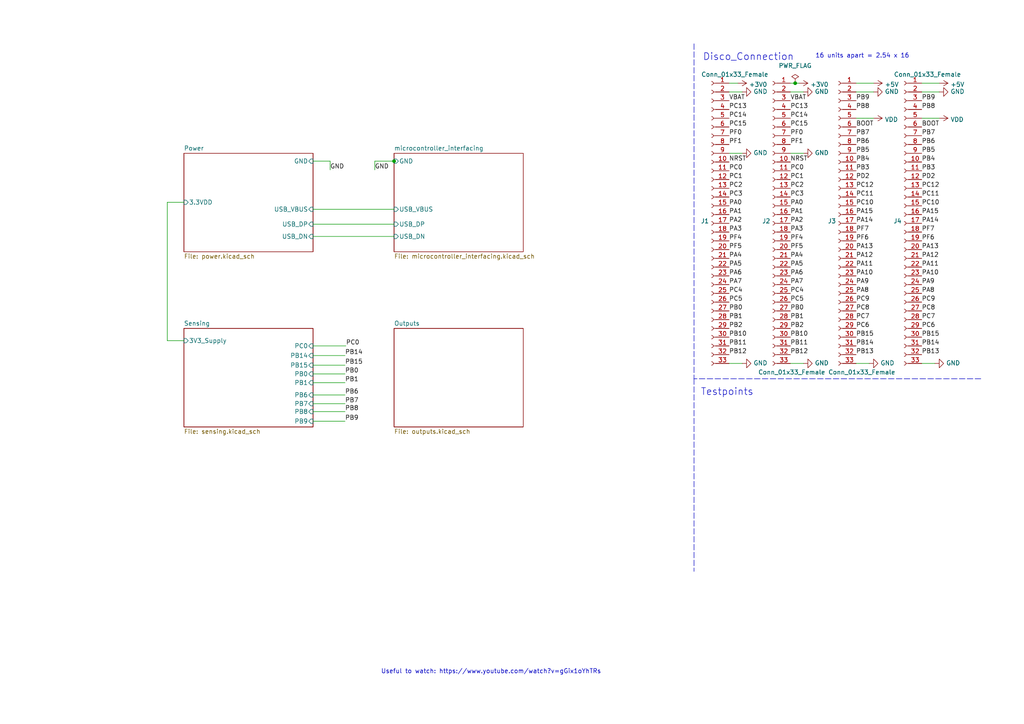
<source format=kicad_sch>
(kicad_sch (version 20211123) (generator eeschema)

  (uuid e63e39d7-6ac0-4ffd-8aa3-1841a4541b55)

  (paper "A4")

  (title_block
    (title "Team 8 Project")
    (date "2022-03-11")
    (rev "V2")
    (company "University of Cape Town")
    (comment 3 " ")
    (comment 4 "@Authors: Lutendo Mulaisi, Lisakhanya Miyana, Munashe Chihota")
  )

  (lib_symbols
    (symbol "Connector:Conn_01x33_Female" (pin_names (offset 1.016) hide) (in_bom yes) (on_board yes)
      (property "Reference" "J" (id 0) (at 0 43.18 0)
        (effects (font (size 1.27 1.27)))
      )
      (property "Value" "Conn_01x33_Female" (id 1) (at 0 -43.18 0)
        (effects (font (size 1.27 1.27)))
      )
      (property "Footprint" "" (id 2) (at 0 0 0)
        (effects (font (size 1.27 1.27)) hide)
      )
      (property "Datasheet" "~" (id 3) (at 0 0 0)
        (effects (font (size 1.27 1.27)) hide)
      )
      (property "ki_keywords" "connector" (id 4) (at 0 0 0)
        (effects (font (size 1.27 1.27)) hide)
      )
      (property "ki_description" "Generic connector, single row, 01x33, script generated (kicad-library-utils/schlib/autogen/connector/)" (id 5) (at 0 0 0)
        (effects (font (size 1.27 1.27)) hide)
      )
      (property "ki_fp_filters" "Connector*:*_1x??_*" (id 6) (at 0 0 0)
        (effects (font (size 1.27 1.27)) hide)
      )
      (symbol "Conn_01x33_Female_1_1"
        (arc (start 0 -40.132) (mid -0.508 -40.64) (end 0 -41.148)
          (stroke (width 0.1524) (type default) (color 0 0 0 0))
          (fill (type none))
        )
        (arc (start 0 -37.592) (mid -0.508 -38.1) (end 0 -38.608)
          (stroke (width 0.1524) (type default) (color 0 0 0 0))
          (fill (type none))
        )
        (arc (start 0 -35.052) (mid -0.508 -35.56) (end 0 -36.068)
          (stroke (width 0.1524) (type default) (color 0 0 0 0))
          (fill (type none))
        )
        (arc (start 0 -32.512) (mid -0.508 -33.02) (end 0 -33.528)
          (stroke (width 0.1524) (type default) (color 0 0 0 0))
          (fill (type none))
        )
        (arc (start 0 -29.972) (mid -0.508 -30.48) (end 0 -30.988)
          (stroke (width 0.1524) (type default) (color 0 0 0 0))
          (fill (type none))
        )
        (arc (start 0 -27.432) (mid -0.508 -27.94) (end 0 -28.448)
          (stroke (width 0.1524) (type default) (color 0 0 0 0))
          (fill (type none))
        )
        (arc (start 0 -24.892) (mid -0.508 -25.4) (end 0 -25.908)
          (stroke (width 0.1524) (type default) (color 0 0 0 0))
          (fill (type none))
        )
        (arc (start 0 -22.352) (mid -0.508 -22.86) (end 0 -23.368)
          (stroke (width 0.1524) (type default) (color 0 0 0 0))
          (fill (type none))
        )
        (arc (start 0 -19.812) (mid -0.508 -20.32) (end 0 -20.828)
          (stroke (width 0.1524) (type default) (color 0 0 0 0))
          (fill (type none))
        )
        (arc (start 0 -17.272) (mid -0.508 -17.78) (end 0 -18.288)
          (stroke (width 0.1524) (type default) (color 0 0 0 0))
          (fill (type none))
        )
        (arc (start 0 -14.732) (mid -0.508 -15.24) (end 0 -15.748)
          (stroke (width 0.1524) (type default) (color 0 0 0 0))
          (fill (type none))
        )
        (arc (start 0 -12.192) (mid -0.508 -12.7) (end 0 -13.208)
          (stroke (width 0.1524) (type default) (color 0 0 0 0))
          (fill (type none))
        )
        (arc (start 0 -9.652) (mid -0.508 -10.16) (end 0 -10.668)
          (stroke (width 0.1524) (type default) (color 0 0 0 0))
          (fill (type none))
        )
        (arc (start 0 -7.112) (mid -0.508 -7.62) (end 0 -8.128)
          (stroke (width 0.1524) (type default) (color 0 0 0 0))
          (fill (type none))
        )
        (arc (start 0 -4.572) (mid -0.508 -5.08) (end 0 -5.588)
          (stroke (width 0.1524) (type default) (color 0 0 0 0))
          (fill (type none))
        )
        (arc (start 0 -2.032) (mid -0.508 -2.54) (end 0 -3.048)
          (stroke (width 0.1524) (type default) (color 0 0 0 0))
          (fill (type none))
        )
        (polyline
          (pts
            (xy -1.27 -40.64)
            (xy -0.508 -40.64)
          )
          (stroke (width 0.1524) (type default) (color 0 0 0 0))
          (fill (type none))
        )
        (polyline
          (pts
            (xy -1.27 -38.1)
            (xy -0.508 -38.1)
          )
          (stroke (width 0.1524) (type default) (color 0 0 0 0))
          (fill (type none))
        )
        (polyline
          (pts
            (xy -1.27 -35.56)
            (xy -0.508 -35.56)
          )
          (stroke (width 0.1524) (type default) (color 0 0 0 0))
          (fill (type none))
        )
        (polyline
          (pts
            (xy -1.27 -33.02)
            (xy -0.508 -33.02)
          )
          (stroke (width 0.1524) (type default) (color 0 0 0 0))
          (fill (type none))
        )
        (polyline
          (pts
            (xy -1.27 -30.48)
            (xy -0.508 -30.48)
          )
          (stroke (width 0.1524) (type default) (color 0 0 0 0))
          (fill (type none))
        )
        (polyline
          (pts
            (xy -1.27 -27.94)
            (xy -0.508 -27.94)
          )
          (stroke (width 0.1524) (type default) (color 0 0 0 0))
          (fill (type none))
        )
        (polyline
          (pts
            (xy -1.27 -25.4)
            (xy -0.508 -25.4)
          )
          (stroke (width 0.1524) (type default) (color 0 0 0 0))
          (fill (type none))
        )
        (polyline
          (pts
            (xy -1.27 -22.86)
            (xy -0.508 -22.86)
          )
          (stroke (width 0.1524) (type default) (color 0 0 0 0))
          (fill (type none))
        )
        (polyline
          (pts
            (xy -1.27 -20.32)
            (xy -0.508 -20.32)
          )
          (stroke (width 0.1524) (type default) (color 0 0 0 0))
          (fill (type none))
        )
        (polyline
          (pts
            (xy -1.27 -17.78)
            (xy -0.508 -17.78)
          )
          (stroke (width 0.1524) (type default) (color 0 0 0 0))
          (fill (type none))
        )
        (polyline
          (pts
            (xy -1.27 -15.24)
            (xy -0.508 -15.24)
          )
          (stroke (width 0.1524) (type default) (color 0 0 0 0))
          (fill (type none))
        )
        (polyline
          (pts
            (xy -1.27 -12.7)
            (xy -0.508 -12.7)
          )
          (stroke (width 0.1524) (type default) (color 0 0 0 0))
          (fill (type none))
        )
        (polyline
          (pts
            (xy -1.27 -10.16)
            (xy -0.508 -10.16)
          )
          (stroke (width 0.1524) (type default) (color 0 0 0 0))
          (fill (type none))
        )
        (polyline
          (pts
            (xy -1.27 -7.62)
            (xy -0.508 -7.62)
          )
          (stroke (width 0.1524) (type default) (color 0 0 0 0))
          (fill (type none))
        )
        (polyline
          (pts
            (xy -1.27 -5.08)
            (xy -0.508 -5.08)
          )
          (stroke (width 0.1524) (type default) (color 0 0 0 0))
          (fill (type none))
        )
        (polyline
          (pts
            (xy -1.27 -2.54)
            (xy -0.508 -2.54)
          )
          (stroke (width 0.1524) (type default) (color 0 0 0 0))
          (fill (type none))
        )
        (polyline
          (pts
            (xy -1.27 0)
            (xy -0.508 0)
          )
          (stroke (width 0.1524) (type default) (color 0 0 0 0))
          (fill (type none))
        )
        (polyline
          (pts
            (xy -1.27 2.54)
            (xy -0.508 2.54)
          )
          (stroke (width 0.1524) (type default) (color 0 0 0 0))
          (fill (type none))
        )
        (polyline
          (pts
            (xy -1.27 5.08)
            (xy -0.508 5.08)
          )
          (stroke (width 0.1524) (type default) (color 0 0 0 0))
          (fill (type none))
        )
        (polyline
          (pts
            (xy -1.27 7.62)
            (xy -0.508 7.62)
          )
          (stroke (width 0.1524) (type default) (color 0 0 0 0))
          (fill (type none))
        )
        (polyline
          (pts
            (xy -1.27 10.16)
            (xy -0.508 10.16)
          )
          (stroke (width 0.1524) (type default) (color 0 0 0 0))
          (fill (type none))
        )
        (polyline
          (pts
            (xy -1.27 12.7)
            (xy -0.508 12.7)
          )
          (stroke (width 0.1524) (type default) (color 0 0 0 0))
          (fill (type none))
        )
        (polyline
          (pts
            (xy -1.27 15.24)
            (xy -0.508 15.24)
          )
          (stroke (width 0.1524) (type default) (color 0 0 0 0))
          (fill (type none))
        )
        (polyline
          (pts
            (xy -1.27 17.78)
            (xy -0.508 17.78)
          )
          (stroke (width 0.1524) (type default) (color 0 0 0 0))
          (fill (type none))
        )
        (polyline
          (pts
            (xy -1.27 20.32)
            (xy -0.508 20.32)
          )
          (stroke (width 0.1524) (type default) (color 0 0 0 0))
          (fill (type none))
        )
        (polyline
          (pts
            (xy -1.27 22.86)
            (xy -0.508 22.86)
          )
          (stroke (width 0.1524) (type default) (color 0 0 0 0))
          (fill (type none))
        )
        (polyline
          (pts
            (xy -1.27 25.4)
            (xy -0.508 25.4)
          )
          (stroke (width 0.1524) (type default) (color 0 0 0 0))
          (fill (type none))
        )
        (polyline
          (pts
            (xy -1.27 27.94)
            (xy -0.508 27.94)
          )
          (stroke (width 0.1524) (type default) (color 0 0 0 0))
          (fill (type none))
        )
        (polyline
          (pts
            (xy -1.27 30.48)
            (xy -0.508 30.48)
          )
          (stroke (width 0.1524) (type default) (color 0 0 0 0))
          (fill (type none))
        )
        (polyline
          (pts
            (xy -1.27 33.02)
            (xy -0.508 33.02)
          )
          (stroke (width 0.1524) (type default) (color 0 0 0 0))
          (fill (type none))
        )
        (polyline
          (pts
            (xy -1.27 35.56)
            (xy -0.508 35.56)
          )
          (stroke (width 0.1524) (type default) (color 0 0 0 0))
          (fill (type none))
        )
        (polyline
          (pts
            (xy -1.27 38.1)
            (xy -0.508 38.1)
          )
          (stroke (width 0.1524) (type default) (color 0 0 0 0))
          (fill (type none))
        )
        (polyline
          (pts
            (xy -1.27 40.64)
            (xy -0.508 40.64)
          )
          (stroke (width 0.1524) (type default) (color 0 0 0 0))
          (fill (type none))
        )
        (arc (start 0 0.508) (mid -0.508 0) (end 0 -0.508)
          (stroke (width 0.1524) (type default) (color 0 0 0 0))
          (fill (type none))
        )
        (arc (start 0 3.048) (mid -0.508 2.54) (end 0 2.032)
          (stroke (width 0.1524) (type default) (color 0 0 0 0))
          (fill (type none))
        )
        (arc (start 0 5.588) (mid -0.508 5.08) (end 0 4.572)
          (stroke (width 0.1524) (type default) (color 0 0 0 0))
          (fill (type none))
        )
        (arc (start 0 8.128) (mid -0.508 7.62) (end 0 7.112)
          (stroke (width 0.1524) (type default) (color 0 0 0 0))
          (fill (type none))
        )
        (arc (start 0 10.668) (mid -0.508 10.16) (end 0 9.652)
          (stroke (width 0.1524) (type default) (color 0 0 0 0))
          (fill (type none))
        )
        (arc (start 0 13.208) (mid -0.508 12.7) (end 0 12.192)
          (stroke (width 0.1524) (type default) (color 0 0 0 0))
          (fill (type none))
        )
        (arc (start 0 15.748) (mid -0.508 15.24) (end 0 14.732)
          (stroke (width 0.1524) (type default) (color 0 0 0 0))
          (fill (type none))
        )
        (arc (start 0 18.288) (mid -0.508 17.78) (end 0 17.272)
          (stroke (width 0.1524) (type default) (color 0 0 0 0))
          (fill (type none))
        )
        (arc (start 0 20.828) (mid -0.508 20.32) (end 0 19.812)
          (stroke (width 0.1524) (type default) (color 0 0 0 0))
          (fill (type none))
        )
        (arc (start 0 23.368) (mid -0.508 22.86) (end 0 22.352)
          (stroke (width 0.1524) (type default) (color 0 0 0 0))
          (fill (type none))
        )
        (arc (start 0 25.908) (mid -0.508 25.4) (end 0 24.892)
          (stroke (width 0.1524) (type default) (color 0 0 0 0))
          (fill (type none))
        )
        (arc (start 0 28.448) (mid -0.508 27.94) (end 0 27.432)
          (stroke (width 0.1524) (type default) (color 0 0 0 0))
          (fill (type none))
        )
        (arc (start 0 30.988) (mid -0.508 30.48) (end 0 29.972)
          (stroke (width 0.1524) (type default) (color 0 0 0 0))
          (fill (type none))
        )
        (arc (start 0 33.528) (mid -0.508 33.02) (end 0 32.512)
          (stroke (width 0.1524) (type default) (color 0 0 0 0))
          (fill (type none))
        )
        (arc (start 0 36.068) (mid -0.508 35.56) (end 0 35.052)
          (stroke (width 0.1524) (type default) (color 0 0 0 0))
          (fill (type none))
        )
        (arc (start 0 38.608) (mid -0.508 38.1) (end 0 37.592)
          (stroke (width 0.1524) (type default) (color 0 0 0 0))
          (fill (type none))
        )
        (arc (start 0 41.148) (mid -0.508 40.64) (end 0 40.132)
          (stroke (width 0.1524) (type default) (color 0 0 0 0))
          (fill (type none))
        )
        (pin passive line (at -5.08 40.64 0) (length 3.81)
          (name "Pin_1" (effects (font (size 1.27 1.27))))
          (number "1" (effects (font (size 1.27 1.27))))
        )
        (pin passive line (at -5.08 17.78 0) (length 3.81)
          (name "Pin_10" (effects (font (size 1.27 1.27))))
          (number "10" (effects (font (size 1.27 1.27))))
        )
        (pin passive line (at -5.08 15.24 0) (length 3.81)
          (name "Pin_11" (effects (font (size 1.27 1.27))))
          (number "11" (effects (font (size 1.27 1.27))))
        )
        (pin passive line (at -5.08 12.7 0) (length 3.81)
          (name "Pin_12" (effects (font (size 1.27 1.27))))
          (number "12" (effects (font (size 1.27 1.27))))
        )
        (pin passive line (at -5.08 10.16 0) (length 3.81)
          (name "Pin_13" (effects (font (size 1.27 1.27))))
          (number "13" (effects (font (size 1.27 1.27))))
        )
        (pin passive line (at -5.08 7.62 0) (length 3.81)
          (name "Pin_14" (effects (font (size 1.27 1.27))))
          (number "14" (effects (font (size 1.27 1.27))))
        )
        (pin passive line (at -5.08 5.08 0) (length 3.81)
          (name "Pin_15" (effects (font (size 1.27 1.27))))
          (number "15" (effects (font (size 1.27 1.27))))
        )
        (pin passive line (at -5.08 2.54 0) (length 3.81)
          (name "Pin_16" (effects (font (size 1.27 1.27))))
          (number "16" (effects (font (size 1.27 1.27))))
        )
        (pin passive line (at -5.08 0 0) (length 3.81)
          (name "Pin_17" (effects (font (size 1.27 1.27))))
          (number "17" (effects (font (size 1.27 1.27))))
        )
        (pin passive line (at -5.08 -2.54 0) (length 3.81)
          (name "Pin_18" (effects (font (size 1.27 1.27))))
          (number "18" (effects (font (size 1.27 1.27))))
        )
        (pin passive line (at -5.08 -5.08 0) (length 3.81)
          (name "Pin_19" (effects (font (size 1.27 1.27))))
          (number "19" (effects (font (size 1.27 1.27))))
        )
        (pin passive line (at -5.08 38.1 0) (length 3.81)
          (name "Pin_2" (effects (font (size 1.27 1.27))))
          (number "2" (effects (font (size 1.27 1.27))))
        )
        (pin passive line (at -5.08 -7.62 0) (length 3.81)
          (name "Pin_20" (effects (font (size 1.27 1.27))))
          (number "20" (effects (font (size 1.27 1.27))))
        )
        (pin passive line (at -5.08 -10.16 0) (length 3.81)
          (name "Pin_21" (effects (font (size 1.27 1.27))))
          (number "21" (effects (font (size 1.27 1.27))))
        )
        (pin passive line (at -5.08 -12.7 0) (length 3.81)
          (name "Pin_22" (effects (font (size 1.27 1.27))))
          (number "22" (effects (font (size 1.27 1.27))))
        )
        (pin passive line (at -5.08 -15.24 0) (length 3.81)
          (name "Pin_23" (effects (font (size 1.27 1.27))))
          (number "23" (effects (font (size 1.27 1.27))))
        )
        (pin passive line (at -5.08 -17.78 0) (length 3.81)
          (name "Pin_24" (effects (font (size 1.27 1.27))))
          (number "24" (effects (font (size 1.27 1.27))))
        )
        (pin passive line (at -5.08 -20.32 0) (length 3.81)
          (name "Pin_25" (effects (font (size 1.27 1.27))))
          (number "25" (effects (font (size 1.27 1.27))))
        )
        (pin passive line (at -5.08 -22.86 0) (length 3.81)
          (name "Pin_26" (effects (font (size 1.27 1.27))))
          (number "26" (effects (font (size 1.27 1.27))))
        )
        (pin passive line (at -5.08 -25.4 0) (length 3.81)
          (name "Pin_27" (effects (font (size 1.27 1.27))))
          (number "27" (effects (font (size 1.27 1.27))))
        )
        (pin passive line (at -5.08 -27.94 0) (length 3.81)
          (name "Pin_28" (effects (font (size 1.27 1.27))))
          (number "28" (effects (font (size 1.27 1.27))))
        )
        (pin passive line (at -5.08 -30.48 0) (length 3.81)
          (name "Pin_29" (effects (font (size 1.27 1.27))))
          (number "29" (effects (font (size 1.27 1.27))))
        )
        (pin passive line (at -5.08 35.56 0) (length 3.81)
          (name "Pin_3" (effects (font (size 1.27 1.27))))
          (number "3" (effects (font (size 1.27 1.27))))
        )
        (pin passive line (at -5.08 -33.02 0) (length 3.81)
          (name "Pin_30" (effects (font (size 1.27 1.27))))
          (number "30" (effects (font (size 1.27 1.27))))
        )
        (pin passive line (at -5.08 -35.56 0) (length 3.81)
          (name "Pin_31" (effects (font (size 1.27 1.27))))
          (number "31" (effects (font (size 1.27 1.27))))
        )
        (pin passive line (at -5.08 -38.1 0) (length 3.81)
          (name "Pin_32" (effects (font (size 1.27 1.27))))
          (number "32" (effects (font (size 1.27 1.27))))
        )
        (pin passive line (at -5.08 -40.64 0) (length 3.81)
          (name "Pin_33" (effects (font (size 1.27 1.27))))
          (number "33" (effects (font (size 1.27 1.27))))
        )
        (pin passive line (at -5.08 33.02 0) (length 3.81)
          (name "Pin_4" (effects (font (size 1.27 1.27))))
          (number "4" (effects (font (size 1.27 1.27))))
        )
        (pin passive line (at -5.08 30.48 0) (length 3.81)
          (name "Pin_5" (effects (font (size 1.27 1.27))))
          (number "5" (effects (font (size 1.27 1.27))))
        )
        (pin passive line (at -5.08 27.94 0) (length 3.81)
          (name "Pin_6" (effects (font (size 1.27 1.27))))
          (number "6" (effects (font (size 1.27 1.27))))
        )
        (pin passive line (at -5.08 25.4 0) (length 3.81)
          (name "Pin_7" (effects (font (size 1.27 1.27))))
          (number "7" (effects (font (size 1.27 1.27))))
        )
        (pin passive line (at -5.08 22.86 0) (length 3.81)
          (name "Pin_8" (effects (font (size 1.27 1.27))))
          (number "8" (effects (font (size 1.27 1.27))))
        )
        (pin passive line (at -5.08 20.32 0) (length 3.81)
          (name "Pin_9" (effects (font (size 1.27 1.27))))
          (number "9" (effects (font (size 1.27 1.27))))
        )
      )
    )
    (symbol "power:+3V0" (power) (pin_names (offset 0)) (in_bom yes) (on_board yes)
      (property "Reference" "#PWR" (id 0) (at 0 -3.81 0)
        (effects (font (size 1.27 1.27)) hide)
      )
      (property "Value" "+3V0" (id 1) (at 0 3.556 0)
        (effects (font (size 1.27 1.27)))
      )
      (property "Footprint" "" (id 2) (at 0 0 0)
        (effects (font (size 1.27 1.27)) hide)
      )
      (property "Datasheet" "" (id 3) (at 0 0 0)
        (effects (font (size 1.27 1.27)) hide)
      )
      (property "ki_keywords" "power-flag" (id 4) (at 0 0 0)
        (effects (font (size 1.27 1.27)) hide)
      )
      (property "ki_description" "Power symbol creates a global label with name \"+3V0\"" (id 5) (at 0 0 0)
        (effects (font (size 1.27 1.27)) hide)
      )
      (symbol "+3V0_0_1"
        (polyline
          (pts
            (xy -0.762 1.27)
            (xy 0 2.54)
          )
          (stroke (width 0) (type default) (color 0 0 0 0))
          (fill (type none))
        )
        (polyline
          (pts
            (xy 0 0)
            (xy 0 2.54)
          )
          (stroke (width 0) (type default) (color 0 0 0 0))
          (fill (type none))
        )
        (polyline
          (pts
            (xy 0 2.54)
            (xy 0.762 1.27)
          )
          (stroke (width 0) (type default) (color 0 0 0 0))
          (fill (type none))
        )
      )
      (symbol "+3V0_1_1"
        (pin power_in line (at 0 0 90) (length 0) hide
          (name "+3V0" (effects (font (size 1.27 1.27))))
          (number "1" (effects (font (size 1.27 1.27))))
        )
      )
    )
    (symbol "power:+5V" (power) (pin_names (offset 0)) (in_bom yes) (on_board yes)
      (property "Reference" "#PWR" (id 0) (at 0 -3.81 0)
        (effects (font (size 1.27 1.27)) hide)
      )
      (property "Value" "+5V" (id 1) (at 0 3.556 0)
        (effects (font (size 1.27 1.27)))
      )
      (property "Footprint" "" (id 2) (at 0 0 0)
        (effects (font (size 1.27 1.27)) hide)
      )
      (property "Datasheet" "" (id 3) (at 0 0 0)
        (effects (font (size 1.27 1.27)) hide)
      )
      (property "ki_keywords" "power-flag" (id 4) (at 0 0 0)
        (effects (font (size 1.27 1.27)) hide)
      )
      (property "ki_description" "Power symbol creates a global label with name \"+5V\"" (id 5) (at 0 0 0)
        (effects (font (size 1.27 1.27)) hide)
      )
      (symbol "+5V_0_1"
        (polyline
          (pts
            (xy -0.762 1.27)
            (xy 0 2.54)
          )
          (stroke (width 0) (type default) (color 0 0 0 0))
          (fill (type none))
        )
        (polyline
          (pts
            (xy 0 0)
            (xy 0 2.54)
          )
          (stroke (width 0) (type default) (color 0 0 0 0))
          (fill (type none))
        )
        (polyline
          (pts
            (xy 0 2.54)
            (xy 0.762 1.27)
          )
          (stroke (width 0) (type default) (color 0 0 0 0))
          (fill (type none))
        )
      )
      (symbol "+5V_1_1"
        (pin power_in line (at 0 0 90) (length 0) hide
          (name "+5V" (effects (font (size 1.27 1.27))))
          (number "1" (effects (font (size 1.27 1.27))))
        )
      )
    )
    (symbol "power:GND" (power) (pin_names (offset 0)) (in_bom yes) (on_board yes)
      (property "Reference" "#PWR" (id 0) (at 0 -6.35 0)
        (effects (font (size 1.27 1.27)) hide)
      )
      (property "Value" "GND" (id 1) (at 0 -3.81 0)
        (effects (font (size 1.27 1.27)))
      )
      (property "Footprint" "" (id 2) (at 0 0 0)
        (effects (font (size 1.27 1.27)) hide)
      )
      (property "Datasheet" "" (id 3) (at 0 0 0)
        (effects (font (size 1.27 1.27)) hide)
      )
      (property "ki_keywords" "power-flag" (id 4) (at 0 0 0)
        (effects (font (size 1.27 1.27)) hide)
      )
      (property "ki_description" "Power symbol creates a global label with name \"GND\" , ground" (id 5) (at 0 0 0)
        (effects (font (size 1.27 1.27)) hide)
      )
      (symbol "GND_0_1"
        (polyline
          (pts
            (xy 0 0)
            (xy 0 -1.27)
            (xy 1.27 -1.27)
            (xy 0 -2.54)
            (xy -1.27 -1.27)
            (xy 0 -1.27)
          )
          (stroke (width 0) (type default) (color 0 0 0 0))
          (fill (type none))
        )
      )
      (symbol "GND_1_1"
        (pin power_in line (at 0 0 270) (length 0) hide
          (name "GND" (effects (font (size 1.27 1.27))))
          (number "1" (effects (font (size 1.27 1.27))))
        )
      )
    )
    (symbol "power:PWR_FLAG" (power) (pin_numbers hide) (pin_names (offset 0) hide) (in_bom yes) (on_board yes)
      (property "Reference" "#FLG" (id 0) (at 0 1.905 0)
        (effects (font (size 1.27 1.27)) hide)
      )
      (property "Value" "PWR_FLAG" (id 1) (at 0 3.81 0)
        (effects (font (size 1.27 1.27)))
      )
      (property "Footprint" "" (id 2) (at 0 0 0)
        (effects (font (size 1.27 1.27)) hide)
      )
      (property "Datasheet" "~" (id 3) (at 0 0 0)
        (effects (font (size 1.27 1.27)) hide)
      )
      (property "ki_keywords" "power-flag" (id 4) (at 0 0 0)
        (effects (font (size 1.27 1.27)) hide)
      )
      (property "ki_description" "Special symbol for telling ERC where power comes from" (id 5) (at 0 0 0)
        (effects (font (size 1.27 1.27)) hide)
      )
      (symbol "PWR_FLAG_0_0"
        (pin power_out line (at 0 0 90) (length 0)
          (name "pwr" (effects (font (size 1.27 1.27))))
          (number "1" (effects (font (size 1.27 1.27))))
        )
      )
      (symbol "PWR_FLAG_0_1"
        (polyline
          (pts
            (xy 0 0)
            (xy 0 1.27)
            (xy -1.016 1.905)
            (xy 0 2.54)
            (xy 1.016 1.905)
            (xy 0 1.27)
          )
          (stroke (width 0) (type default) (color 0 0 0 0))
          (fill (type none))
        )
      )
    )
    (symbol "power:VDD" (power) (pin_names (offset 0)) (in_bom yes) (on_board yes)
      (property "Reference" "#PWR" (id 0) (at 0 -3.81 0)
        (effects (font (size 1.27 1.27)) hide)
      )
      (property "Value" "VDD" (id 1) (at 0 3.81 0)
        (effects (font (size 1.27 1.27)))
      )
      (property "Footprint" "" (id 2) (at 0 0 0)
        (effects (font (size 1.27 1.27)) hide)
      )
      (property "Datasheet" "" (id 3) (at 0 0 0)
        (effects (font (size 1.27 1.27)) hide)
      )
      (property "ki_keywords" "power-flag" (id 4) (at 0 0 0)
        (effects (font (size 1.27 1.27)) hide)
      )
      (property "ki_description" "Power symbol creates a global label with name \"VDD\"" (id 5) (at 0 0 0)
        (effects (font (size 1.27 1.27)) hide)
      )
      (symbol "VDD_0_1"
        (polyline
          (pts
            (xy -0.762 1.27)
            (xy 0 2.54)
          )
          (stroke (width 0) (type default) (color 0 0 0 0))
          (fill (type none))
        )
        (polyline
          (pts
            (xy 0 0)
            (xy 0 2.54)
          )
          (stroke (width 0) (type default) (color 0 0 0 0))
          (fill (type none))
        )
        (polyline
          (pts
            (xy 0 2.54)
            (xy 0.762 1.27)
          )
          (stroke (width 0) (type default) (color 0 0 0 0))
          (fill (type none))
        )
      )
      (symbol "VDD_1_1"
        (pin power_in line (at 0 0 90) (length 0) hide
          (name "VDD" (effects (font (size 1.27 1.27))))
          (number "1" (effects (font (size 1.27 1.27))))
        )
      )
    )
  )

  (junction (at 114.3 46.736) (diameter 0) (color 0 0 0 0)
    (uuid 0774ac8b-21c6-4f8a-840d-e41d3c7e0209)
  )
  (junction (at 230.632 24.13) (diameter 0) (color 0 0 0 0)
    (uuid 1c8bb045-e1eb-4546-9ac9-feaa91b112d4)
  )

  (wire (pts (xy 90.805 100.33) (xy 100.33 100.33))
    (stroke (width 0) (type default) (color 0 0 0 0))
    (uuid 04eea7c4-111b-4139-93a0-85f10d87fdaa)
  )
  (wire (pts (xy 48.514 98.806) (xy 53.34 98.806))
    (stroke (width 0) (type default) (color 0 0 0 0))
    (uuid 0f5e1207-e4ea-4a5b-af94-5c8139cf3458)
  )
  (wire (pts (xy 90.805 60.706) (xy 114.3 60.706))
    (stroke (width 0) (type default) (color 0 0 0 0))
    (uuid 1ceb1142-dba0-4fbd-ba4c-621cdf7bc375)
  )
  (wire (pts (xy 211.455 44.45) (xy 215.265 44.45))
    (stroke (width 0) (type default) (color 0 0 0 0))
    (uuid 2361ed9d-44ac-40c1-ab71-db1419d4ef87)
  )
  (wire (pts (xy 90.805 103.124) (xy 100.076 103.124))
    (stroke (width 0) (type default) (color 0 0 0 0))
    (uuid 290d2314-3cb7-4e68-b100-a645de6c7be5)
  )
  (wire (pts (xy 108.712 46.736) (xy 108.712 49.276))
    (stroke (width 0) (type default) (color 0 0 0 0))
    (uuid 2e91e35a-4fb1-407c-8f60-3b917cc40e51)
  )
  (wire (pts (xy 230.632 23.876) (xy 230.632 24.13))
    (stroke (width 0) (type default) (color 0 0 0 0))
    (uuid 34195739-e9d4-4feb-880a-ac82e7138957)
  )
  (polyline (pts (xy 201.295 12.7) (xy 201.295 109.855))
    (stroke (width 0) (type default) (color 0 0 0 0))
    (uuid 3a983f51-42e8-405a-9e04-43b2dcabad73)
  )

  (wire (pts (xy 90.805 65.024) (xy 114.3 65.024))
    (stroke (width 0) (type default) (color 0 0 0 0))
    (uuid 51b57f89-10a0-42eb-8909-33f1aeb263b6)
  )
  (polyline (pts (xy 284.48 109.855) (xy 201.295 109.855))
    (stroke (width 0) (type default) (color 0 0 0 0))
    (uuid 5349dbfc-1197-4fd1-baa3-9509e2eb1877)
  )

  (wire (pts (xy 248.285 26.67) (xy 253.365 26.67))
    (stroke (width 0) (type default) (color 0 0 0 0))
    (uuid 5379d081-922a-4828-9d43-7b2f2572d06c)
  )
  (wire (pts (xy 229.235 24.13) (xy 230.632 24.13))
    (stroke (width 0) (type default) (color 0 0 0 0))
    (uuid 5d9cc826-4756-4365-b769-24e883398d0a)
  )
  (wire (pts (xy 90.805 117.094) (xy 100.076 117.094))
    (stroke (width 0) (type default) (color 0 0 0 0))
    (uuid 5f9b128a-a532-4b24-9bdd-1f4aa8fa83d3)
  )
  (wire (pts (xy 53.34 58.674) (xy 48.514 58.674))
    (stroke (width 0) (type default) (color 0 0 0 0))
    (uuid 669276fc-11c7-4abd-b919-76fc92a043d8)
  )
  (polyline (pts (xy 201.295 109.855) (xy 201.295 165.735))
    (stroke (width 0) (type default) (color 0 0 0 0))
    (uuid 6afb9509-4267-45b9-b7dd-802c6961c178)
  )

  (wire (pts (xy 95.758 46.736) (xy 95.758 49.276))
    (stroke (width 0) (type default) (color 0 0 0 0))
    (uuid 745cbf79-ac82-447e-ae4b-7aab58647c94)
  )
  (wire (pts (xy 90.805 114.554) (xy 100.076 114.554))
    (stroke (width 0) (type default) (color 0 0 0 0))
    (uuid 7f0a7d93-39e1-4ae6-af9a-896a2d562aa4)
  )
  (wire (pts (xy 248.285 34.29) (xy 253.365 34.29))
    (stroke (width 0) (type default) (color 0 0 0 0))
    (uuid 93927c49-5ee1-4ac6-b668-9cc01dba8402)
  )
  (wire (pts (xy 253.365 24.13) (xy 248.285 24.13))
    (stroke (width 0) (type default) (color 0 0 0 0))
    (uuid 97db24fe-c1f7-4f86-9060-dc632af2d885)
  )
  (wire (pts (xy 90.805 122.174) (xy 100.076 122.174))
    (stroke (width 0) (type default) (color 0 0 0 0))
    (uuid 9ee8932c-ba1a-4850-83c7-52cf0ca576cf)
  )
  (wire (pts (xy 230.632 24.13) (xy 231.775 24.13))
    (stroke (width 0) (type default) (color 0 0 0 0))
    (uuid a143881a-cb35-4481-951a-fe78bacab253)
  )
  (wire (pts (xy 211.455 24.13) (xy 213.995 24.13))
    (stroke (width 0) (type default) (color 0 0 0 0))
    (uuid a1f347f0-3fa4-4dbd-b2cf-d3082bc4e36a)
  )
  (wire (pts (xy 233.045 105.41) (xy 229.235 105.41))
    (stroke (width 0) (type default) (color 0 0 0 0))
    (uuid ad9624f8-cf25-4b9a-95b1-2c64fccd57f6)
  )
  (wire (pts (xy 229.235 26.67) (xy 233.045 26.67))
    (stroke (width 0) (type default) (color 0 0 0 0))
    (uuid b6346b0a-bb01-4e48-89f7-5054374e0d0d)
  )
  (wire (pts (xy 229.235 44.45) (xy 233.045 44.45))
    (stroke (width 0) (type default) (color 0 0 0 0))
    (uuid be40a792-1fff-4ce1-a6d8-41730132bad4)
  )
  (wire (pts (xy 272.415 24.13) (xy 267.335 24.13))
    (stroke (width 0) (type default) (color 0 0 0 0))
    (uuid ce824579-a256-4757-8547-32bf1db63637)
  )
  (wire (pts (xy 90.805 110.998) (xy 100.076 110.998))
    (stroke (width 0) (type default) (color 0 0 0 0))
    (uuid d1815cec-994a-42ec-bffd-39d51ef7fb7f)
  )
  (wire (pts (xy 108.712 46.736) (xy 114.3 46.736))
    (stroke (width 0) (type default) (color 0 0 0 0))
    (uuid d8eae1de-aa0a-4a65-81b7-e8bfc444797c)
  )
  (wire (pts (xy 211.455 26.67) (xy 215.265 26.67))
    (stroke (width 0) (type default) (color 0 0 0 0))
    (uuid dc419a21-b30b-44db-8d8a-272c5f8ad6c6)
  )
  (wire (pts (xy 248.285 105.41) (xy 252.095 105.41))
    (stroke (width 0) (type default) (color 0 0 0 0))
    (uuid dfdaa22a-0489-48da-8a56-737e4c4366e1)
  )
  (wire (pts (xy 267.335 105.41) (xy 271.145 105.41))
    (stroke (width 0) (type default) (color 0 0 0 0))
    (uuid e1a929c4-c484-4255-9524-8c224d1f6e73)
  )
  (wire (pts (xy 90.805 46.736) (xy 95.758 46.736))
    (stroke (width 0) (type default) (color 0 0 0 0))
    (uuid e5268595-b06a-4cc1-9524-adb45c73da96)
  )
  (wire (pts (xy 267.335 26.67) (xy 272.415 26.67))
    (stroke (width 0) (type default) (color 0 0 0 0))
    (uuid e567c545-204a-4e4a-bfa9-ae48e2366f9a)
  )
  (wire (pts (xy 114.3 46.736) (xy 114.554 46.736))
    (stroke (width 0) (type default) (color 0 0 0 0))
    (uuid e9b77078-911e-4bb7-af91-cc2df89036e4)
  )
  (wire (pts (xy 215.265 105.41) (xy 211.455 105.41))
    (stroke (width 0) (type default) (color 0 0 0 0))
    (uuid f03f8712-a7f0-45ba-8dbf-7ce6f298ed42)
  )
  (wire (pts (xy 90.805 68.58) (xy 114.3 68.58))
    (stroke (width 0) (type default) (color 0 0 0 0))
    (uuid f2539a14-7bd1-4bd8-b790-25999db30570)
  )
  (wire (pts (xy 267.335 34.29) (xy 272.415 34.29))
    (stroke (width 0) (type default) (color 0 0 0 0))
    (uuid f66b82ab-c203-4cb4-84ea-abcb2cd50a9c)
  )
  (wire (pts (xy 90.805 119.38) (xy 100.076 119.38))
    (stroke (width 0) (type default) (color 0 0 0 0))
    (uuid f7487f23-6b27-4bed-99d7-4735ab6cf976)
  )
  (wire (pts (xy 48.514 58.674) (xy 48.514 98.806))
    (stroke (width 0) (type default) (color 0 0 0 0))
    (uuid f94c5a8d-6ab4-4780-b6cd-59324480816c)
  )
  (wire (pts (xy 90.805 105.918) (xy 100.076 105.918))
    (stroke (width 0) (type default) (color 0 0 0 0))
    (uuid fa7053b5-3525-4b16-afba-dcb09b19d698)
  )
  (wire (pts (xy 90.805 108.458) (xy 100.076 108.458))
    (stroke (width 0) (type default) (color 0 0 0 0))
    (uuid ff5848c9-0705-4e42-8a60-7207e88b6065)
  )

  (text "Useful to watch: https://www.youtube.com/watch?v=gGix1oYhTRs"
    (at 110.49 195.58 0)
    (effects (font (size 1.27 1.27)) (justify left bottom))
    (uuid 18a8e287-d1c7-45b6-a196-710aa99585f3)
  )
  (text "16 units apart = 2.54 x 16" (at 236.474 17.018 0)
    (effects (font (size 1.27 1.27)) (justify left bottom))
    (uuid 9328bf5e-c997-4667-847d-cf51587a0583)
  )
  (text "Disco_Connection" (at 203.835 17.78 0)
    (effects (font (size 2.0066 2.0066)) (justify left bottom))
    (uuid bba52ae1-2c60-4612-b640-b785ed4cdd7e)
  )
  (text "Testpoints" (at 203.2 114.935 0)
    (effects (font (size 2.0066 2.0066)) (justify left bottom))
    (uuid f205d1ef-3ec2-4153-92b9-77f602b37fac)
  )

  (label "PC14" (at 211.455 34.29 0)
    (effects (font (size 1.27 1.27)) (justify left bottom))
    (uuid 013a1c32-db17-4fdf-9087-65b8bebaf5c1)
  )
  (label "PC11" (at 248.285 57.15 0)
    (effects (font (size 1.27 1.27)) (justify left bottom))
    (uuid 019b9904-3bfd-4fd4-9d41-96b38c16849e)
  )
  (label "PB2" (at 211.455 95.25 0)
    (effects (font (size 1.27 1.27)) (justify left bottom))
    (uuid 051d4750-b73a-474f-abf5-a58dadb01c92)
  )
  (label "PB6" (at 100.076 114.554 0)
    (effects (font (size 1.27 1.27)) (justify left bottom))
    (uuid 06b4021d-b056-42a3-906d-badfff9f1d8c)
  )
  (label "PB15" (at 100.076 105.918 0)
    (effects (font (size 1.27 1.27)) (justify left bottom))
    (uuid 0ad8116f-e095-4d9d-b9b1-6687f3b73b1f)
  )
  (label "PB6" (at 248.285 41.91 0)
    (effects (font (size 1.27 1.27)) (justify left bottom))
    (uuid 0afc6592-c2db-4caa-a22b-f13f9e7e1c40)
  )
  (label "PB8" (at 100.076 119.38 0)
    (effects (font (size 1.27 1.27)) (justify left bottom))
    (uuid 14dff480-3dd7-4603-a905-29c4da65796d)
  )
  (label "PB14" (at 267.335 100.33 0)
    (effects (font (size 1.27 1.27)) (justify left bottom))
    (uuid 15ddbae8-4879-44da-8c42-497366b84781)
  )
  (label "PA15" (at 267.335 62.23 0)
    (effects (font (size 1.27 1.27)) (justify left bottom))
    (uuid 15f86f86-6612-462a-a1d2-f730a8788a9a)
  )
  (label "PB14" (at 248.285 100.33 0)
    (effects (font (size 1.27 1.27)) (justify left bottom))
    (uuid 168a0226-3f44-46ec-a72a-15290137bd66)
  )
  (label "PA11" (at 267.335 77.47 0)
    (effects (font (size 1.27 1.27)) (justify left bottom))
    (uuid 17c7b03d-e4b9-4587-b2ce-0ee7a9d30575)
  )
  (label "PB0" (at 100.076 108.458 0)
    (effects (font (size 1.27 1.27)) (justify left bottom))
    (uuid 17f7822e-c080-4800-94f9-568e22a575a3)
  )
  (label "PC7" (at 248.285 92.71 0)
    (effects (font (size 1.27 1.27)) (justify left bottom))
    (uuid 18406746-0f9d-4d88-9ef2-8423e08576f0)
  )
  (label "PB6" (at 267.335 41.91 0)
    (effects (font (size 1.27 1.27)) (justify left bottom))
    (uuid 1aa01b33-85ec-45ea-bfaa-b88738576f2f)
  )
  (label "GND" (at 95.758 49.276 0)
    (effects (font (size 1.27 1.27)) (justify left bottom))
    (uuid 1dfcd90f-156a-4b06-bef8-19213e7c64c8)
  )
  (label "PA8" (at 267.335 85.09 0)
    (effects (font (size 1.27 1.27)) (justify left bottom))
    (uuid 2009ab3a-f4bf-4c63-a0fe-9d170c762787)
  )
  (label "PC9" (at 248.285 87.63 0)
    (effects (font (size 1.27 1.27)) (justify left bottom))
    (uuid 20ac7a70-5cb9-4418-b061-8e4ee8d36b79)
  )
  (label "PB15" (at 267.335 97.79 0)
    (effects (font (size 1.27 1.27)) (justify left bottom))
    (uuid 23a49e10-e7d0-41d9-a15a-25ac614cee99)
  )
  (label "PC11" (at 267.335 57.15 0)
    (effects (font (size 1.27 1.27)) (justify left bottom))
    (uuid 28f5d24e-b605-4fad-9e07-a157526f5710)
  )
  (label "PC1" (at 211.455 52.07 0)
    (effects (font (size 1.27 1.27)) (justify left bottom))
    (uuid 2bf34b7c-94ca-4ac8-94c5-6312536f342f)
  )
  (label "PA1" (at 229.235 62.23 0)
    (effects (font (size 1.27 1.27)) (justify left bottom))
    (uuid 2e2c4431-7ad4-4101-b72a-e48147e24a71)
  )
  (label "PF7" (at 267.335 67.31 0)
    (effects (font (size 1.27 1.27)) (justify left bottom))
    (uuid 311a70eb-5859-4da6-8fe4-344b06368e0f)
  )
  (label "PC0" (at 229.235 49.53 0)
    (effects (font (size 1.27 1.27)) (justify left bottom))
    (uuid 31ae1ddb-55f8-4875-b94d-87a4d0c86414)
  )
  (label "PF7" (at 248.285 67.31 0)
    (effects (font (size 1.27 1.27)) (justify left bottom))
    (uuid 37b282c6-a944-47fd-a51e-f59b7e5f431e)
  )
  (label "PA12" (at 267.335 74.93 0)
    (effects (font (size 1.27 1.27)) (justify left bottom))
    (uuid 381ea437-8589-413a-8d00-c27a465a3773)
  )
  (label "PC15" (at 211.455 36.83 0)
    (effects (font (size 1.27 1.27)) (justify left bottom))
    (uuid 39f65f62-d48a-4aa3-a9a3-c17d058105fe)
  )
  (label "PC1" (at 229.235 52.07 0)
    (effects (font (size 1.27 1.27)) (justify left bottom))
    (uuid 3a41f6b2-d64e-4fc9-9c78-62461e28f42c)
  )
  (label "PC13" (at 229.235 31.75 0)
    (effects (font (size 1.27 1.27)) (justify left bottom))
    (uuid 3b5cbb6d-677b-4641-88bd-7044bfd6bfae)
  )
  (label "VBAT" (at 229.235 29.21 0)
    (effects (font (size 1.27 1.27)) (justify left bottom))
    (uuid 3c847883-a462-4ea9-9466-d1dd1edc5a97)
  )
  (label "GND" (at 108.712 49.276 0)
    (effects (font (size 1.27 1.27)) (justify left bottom))
    (uuid 3cb00ab3-0056-4feb-b3e9-a6d692e4b28f)
  )
  (label "PC6" (at 267.335 95.25 0)
    (effects (font (size 1.27 1.27)) (justify left bottom))
    (uuid 3d774050-1f75-473e-bdf5-d052504e6a25)
  )
  (label "PA4" (at 211.455 74.93 0)
    (effects (font (size 1.27 1.27)) (justify left bottom))
    (uuid 3f43b8cc-e232-4de4-a8bc-56a1a1c0a87a)
  )
  (label "BOOT" (at 248.285 36.83 0)
    (effects (font (size 1.27 1.27)) (justify left bottom))
    (uuid 3f6533ba-c4f9-46fc-b56b-e4570f6ba8d8)
  )
  (label "PB5" (at 248.285 44.45 0)
    (effects (font (size 1.27 1.27)) (justify left bottom))
    (uuid 42ec88f7-d7f3-40cf-8759-f8c5477df41e)
  )
  (label "PC8" (at 267.335 90.17 0)
    (effects (font (size 1.27 1.27)) (justify left bottom))
    (uuid 432045b0-7589-468b-8659-999ac30c51fa)
  )
  (label "PB7" (at 267.335 39.37 0)
    (effects (font (size 1.27 1.27)) (justify left bottom))
    (uuid 4362e6ac-6290-4071-922f-911c69fdd561)
  )
  (label "PB9" (at 100.076 122.174 0)
    (effects (font (size 1.27 1.27)) (justify left bottom))
    (uuid 436b16b8-0a6f-4837-bcad-236d06f6c67d)
  )
  (label "PA13" (at 267.335 72.39 0)
    (effects (font (size 1.27 1.27)) (justify left bottom))
    (uuid 437daa66-7365-482e-804c-8098c6a0905c)
  )
  (label "PD2" (at 248.285 52.07 0)
    (effects (font (size 1.27 1.27)) (justify left bottom))
    (uuid 43cc948b-7aa9-4530-a448-911bd0e35fae)
  )
  (label "PC12" (at 248.285 54.61 0)
    (effects (font (size 1.27 1.27)) (justify left bottom))
    (uuid 449c1c23-1f0d-4ed5-b566-2c18ec95c2a3)
  )
  (label "PC10" (at 248.285 59.69 0)
    (effects (font (size 1.27 1.27)) (justify left bottom))
    (uuid 4829bee0-faa8-43f7-b2d7-8a6e5d1b3050)
  )
  (label "PB1" (at 211.455 92.71 0)
    (effects (font (size 1.27 1.27)) (justify left bottom))
    (uuid 487ede9d-e4e2-47c1-b417-084ff862638c)
  )
  (label "PB9" (at 267.335 29.21 0)
    (effects (font (size 1.27 1.27)) (justify left bottom))
    (uuid 49956dd5-35c0-4b9f-8b2a-6f2b8918bd8c)
  )
  (label "PA2" (at 229.235 64.77 0)
    (effects (font (size 1.27 1.27)) (justify left bottom))
    (uuid 4a8c099c-07ef-47db-b188-6f8b7978d1d4)
  )
  (label "PA10" (at 267.335 80.01 0)
    (effects (font (size 1.27 1.27)) (justify left bottom))
    (uuid 4d290f63-844a-4f7b-8aec-c610c29b1e2f)
  )
  (label "PB5" (at 267.335 44.45 0)
    (effects (font (size 1.27 1.27)) (justify left bottom))
    (uuid 4d759aa0-1145-43ae-a507-a45f6fc89e2a)
  )
  (label "PF5" (at 211.455 72.39 0)
    (effects (font (size 1.27 1.27)) (justify left bottom))
    (uuid 539ff21e-64a5-4d0a-a3c6-87ad104f3729)
  )
  (label "PB13" (at 248.285 102.87 0)
    (effects (font (size 1.27 1.27)) (justify left bottom))
    (uuid 54562a16-6662-4d1b-9b50-45ed0ae36481)
  )
  (label "PC4" (at 229.235 85.09 0)
    (effects (font (size 1.27 1.27)) (justify left bottom))
    (uuid 5600b446-cc57-4d99-a6dd-3cb2f076483c)
  )
  (label "PC15" (at 229.235 36.83 0)
    (effects (font (size 1.27 1.27)) (justify left bottom))
    (uuid 58e43a80-a74c-4a45-a990-a8fe7ecac27a)
  )
  (label "PB1" (at 229.235 92.71 0)
    (effects (font (size 1.27 1.27)) (justify left bottom))
    (uuid 5c98cb3c-93cf-496b-a0fd-51386a56d77e)
  )
  (label "PA5" (at 229.235 77.47 0)
    (effects (font (size 1.27 1.27)) (justify left bottom))
    (uuid 5f88a249-af85-4825-b9e1-a3ec67ffc637)
  )
  (label "PC0" (at 211.455 49.53 0)
    (effects (font (size 1.27 1.27)) (justify left bottom))
    (uuid 61e795c9-5bb5-48b3-b7a0-cb64f04c7adc)
  )
  (label "PB7" (at 248.285 39.37 0)
    (effects (font (size 1.27 1.27)) (justify left bottom))
    (uuid 62b6b2b3-6ade-4e95-8062-936451a2172f)
  )
  (label "PB0" (at 229.235 90.17 0)
    (effects (font (size 1.27 1.27)) (justify left bottom))
    (uuid 6d4e5957-6764-40d7-9d3e-e16ba095c79a)
  )
  (label "PA5" (at 211.455 77.47 0)
    (effects (font (size 1.27 1.27)) (justify left bottom))
    (uuid 6db4c715-f604-4ad5-b3e6-77e085153a04)
  )
  (label "PC8" (at 248.285 90.17 0)
    (effects (font (size 1.27 1.27)) (justify left bottom))
    (uuid 6f581e98-caac-4a3a-b0ed-76aab462e56a)
  )
  (label "PA3" (at 229.235 67.31 0)
    (effects (font (size 1.27 1.27)) (justify left bottom))
    (uuid 73975e5a-04c0-454b-b7b1-06dcb3c81497)
  )
  (label "PA10" (at 248.285 80.01 0)
    (effects (font (size 1.27 1.27)) (justify left bottom))
    (uuid 73b08644-febb-4c1e-9b8f-826cf4cd7348)
  )
  (label "PB12" (at 211.455 102.87 0)
    (effects (font (size 1.27 1.27)) (justify left bottom))
    (uuid 73e2a101-0bc0-414b-9aa7-7eeb8a3caef1)
  )
  (label "PB10" (at 211.455 97.79 0)
    (effects (font (size 1.27 1.27)) (justify left bottom))
    (uuid 74a9c3ca-08aa-4a6a-9a4f-5ecc24362076)
  )
  (label "PB3" (at 267.335 49.53 0)
    (effects (font (size 1.27 1.27)) (justify left bottom))
    (uuid 7759bcaf-350b-4897-a675-aaf4fb3e75fe)
  )
  (label "PA14" (at 248.285 64.77 0)
    (effects (font (size 1.27 1.27)) (justify left bottom))
    (uuid 77b09fa1-fbbb-49ab-94c4-069660b694ff)
  )
  (label "VBAT" (at 211.455 29.21 0)
    (effects (font (size 1.27 1.27)) (justify left bottom))
    (uuid 78a4062b-d2b4-4346-a029-0257bf4c7e99)
  )
  (label "PB1" (at 100.076 110.998 0)
    (effects (font (size 1.27 1.27)) (justify left bottom))
    (uuid 7c07bf95-82ae-431a-ba65-27161c6b29e4)
  )
  (label "PC6" (at 248.285 95.25 0)
    (effects (font (size 1.27 1.27)) (justify left bottom))
    (uuid 7cc91655-208f-4c40-986f-00fd054b4b29)
  )
  (label "PA7" (at 229.235 82.55 0)
    (effects (font (size 1.27 1.27)) (justify left bottom))
    (uuid 7e9c7b14-3332-49ee-a587-5014a80db3f9)
  )
  (label "PB11" (at 211.455 100.33 0)
    (effects (font (size 1.27 1.27)) (justify left bottom))
    (uuid 7f2c9904-545b-4337-acd6-8707e0924818)
  )
  (label "PC4" (at 211.455 85.09 0)
    (effects (font (size 1.27 1.27)) (justify left bottom))
    (uuid 7fa098fb-b644-4e64-920e-8328b5d12f21)
  )
  (label "PC14" (at 229.235 34.29 0)
    (effects (font (size 1.27 1.27)) (justify left bottom))
    (uuid 7ff097b5-a55d-47f6-a955-3ddc5f3d0fd8)
  )
  (label "PC2" (at 229.235 54.61 0)
    (effects (font (size 1.27 1.27)) (justify left bottom))
    (uuid 815a0815-7930-45ec-8d6e-dc110f979c75)
  )
  (label "PF4" (at 229.235 69.85 0)
    (effects (font (size 1.27 1.27)) (justify left bottom))
    (uuid 822cf157-ecb8-46d7-8cc6-5f0248fd6b37)
  )
  (label "PB2" (at 229.235 95.25 0)
    (effects (font (size 1.27 1.27)) (justify left bottom))
    (uuid 842c62a3-da79-4cc2-9eb8-0e81d553171d)
  )
  (label "PF0" (at 211.455 39.37 0)
    (effects (font (size 1.27 1.27)) (justify left bottom))
    (uuid 85762fc6-4dad-4d00-b3f3-d625c47e2b72)
  )
  (label "PA2" (at 211.455 64.77 0)
    (effects (font (size 1.27 1.27)) (justify left bottom))
    (uuid 875404be-e359-458a-af29-1bd3403dd55f)
  )
  (label "PA12" (at 248.285 74.93 0)
    (effects (font (size 1.27 1.27)) (justify left bottom))
    (uuid 899f373a-cf16-4f13-9d21-dfc8f80ca371)
  )
  (label "PC5" (at 229.235 87.63 0)
    (effects (font (size 1.27 1.27)) (justify left bottom))
    (uuid 8a56a0e1-0b83-4459-b285-5106d6ccafbb)
  )
  (label "PA6" (at 229.235 80.01 0)
    (effects (font (size 1.27 1.27)) (justify left bottom))
    (uuid 8cb63406-42c5-417f-9384-cf8cdba62340)
  )
  (label "PC13" (at 211.455 31.75 0)
    (effects (font (size 1.27 1.27)) (justify left bottom))
    (uuid 8de39313-d6b3-49d5-879e-e7c755da7625)
  )
  (label "PB13" (at 267.335 102.87 0)
    (effects (font (size 1.27 1.27)) (justify left bottom))
    (uuid 9098a6bf-eae0-4636-90c3-6c2f5d9401fd)
  )
  (label "NRST" (at 229.235 46.99 0)
    (effects (font (size 1.27 1.27)) (justify left bottom))
    (uuid 92ba8945-0271-4dc3-a102-541bc7646045)
  )
  (label "PA3" (at 211.455 67.31 0)
    (effects (font (size 1.27 1.27)) (justify left bottom))
    (uuid 93340c38-8bfd-447a-bf60-be3c6dc860d9)
  )
  (label "PB4" (at 267.335 46.99 0)
    (effects (font (size 1.27 1.27)) (justify left bottom))
    (uuid 971c1271-0f6f-46b9-8494-7107930ab4af)
  )
  (label "PA6" (at 211.455 80.01 0)
    (effects (font (size 1.27 1.27)) (justify left bottom))
    (uuid 9801ccc8-5152-40bb-932d-67072f8cd8ad)
  )
  (label "PF1" (at 229.235 41.91 0)
    (effects (font (size 1.27 1.27)) (justify left bottom))
    (uuid 9b11964f-5943-49c9-bbf0-08d035779463)
  )
  (label "PC0" (at 100.33 100.33 0)
    (effects (font (size 1.27 1.27)) (justify left bottom))
    (uuid 9c33ca4e-c723-4433-9d21-2ff1e384522f)
  )
  (label "BOOT" (at 267.335 36.83 0)
    (effects (font (size 1.27 1.27)) (justify left bottom))
    (uuid 9c8b409b-0d1b-49e5-8fed-acd83e0e8b3e)
  )
  (label "PA4" (at 229.235 74.93 0)
    (effects (font (size 1.27 1.27)) (justify left bottom))
    (uuid 9f7b3295-d16c-467f-88f6-2ab8ee650e3a)
  )
  (label "PB15" (at 248.285 97.79 0)
    (effects (font (size 1.27 1.27)) (justify left bottom))
    (uuid a1bbbcb7-3394-4d47-a7e2-c5aca5915b62)
  )
  (label "PB4" (at 248.285 46.99 0)
    (effects (font (size 1.27 1.27)) (justify left bottom))
    (uuid a1cf3838-7a06-43e1-a94f-aa849ba69819)
  )
  (label "PF0" (at 229.235 39.37 0)
    (effects (font (size 1.27 1.27)) (justify left bottom))
    (uuid a43501fb-72a9-4536-bb81-9f53755e8169)
  )
  (label "PB8" (at 267.335 31.75 0)
    (effects (font (size 1.27 1.27)) (justify left bottom))
    (uuid a5129eb7-d259-4824-8f60-442feba02c79)
  )
  (label "PC5" (at 211.455 87.63 0)
    (effects (font (size 1.27 1.27)) (justify left bottom))
    (uuid a6353897-349e-4000-937a-994d7719e8ce)
  )
  (label "PA0" (at 211.455 59.69 0)
    (effects (font (size 1.27 1.27)) (justify left bottom))
    (uuid aeef9f8f-2515-46d6-a613-4e8d98d0e468)
  )
  (label "PB11" (at 229.235 100.33 0)
    (effects (font (size 1.27 1.27)) (justify left bottom))
    (uuid b2944857-047d-4655-a00b-49e658220448)
  )
  (label "PC12" (at 267.335 54.61 0)
    (effects (font (size 1.27 1.27)) (justify left bottom))
    (uuid b4450c83-6da6-4393-a892-92bf8cbec8aa)
  )
  (label "PC7" (at 267.335 92.71 0)
    (effects (font (size 1.27 1.27)) (justify left bottom))
    (uuid b8e9717b-c8d9-44dd-9eb5-d37e3b2c2fb5)
  )
  (label "PB7" (at 100.076 117.094 0)
    (effects (font (size 1.27 1.27)) (justify left bottom))
    (uuid bd6d5993-8991-4dfc-9337-49280e0be2e8)
  )
  (label "PF5" (at 229.235 72.39 0)
    (effects (font (size 1.27 1.27)) (justify left bottom))
    (uuid bdb69042-8fa0-4d7e-be19-fed7218cdfd8)
  )
  (label "PA0" (at 229.235 59.69 0)
    (effects (font (size 1.27 1.27)) (justify left bottom))
    (uuid c8ce7d0f-bd8a-416c-9bb9-339f4090a830)
  )
  (label "PC3" (at 211.455 57.15 0)
    (effects (font (size 1.27 1.27)) (justify left bottom))
    (uuid ca12753c-a5f4-49a4-bb14-a01420a86edb)
  )
  (label "PA14" (at 267.335 64.77 0)
    (effects (font (size 1.27 1.27)) (justify left bottom))
    (uuid cd74d053-e62a-45a3-9f24-631862f85655)
  )
  (label "PF6" (at 267.335 69.85 0)
    (effects (font (size 1.27 1.27)) (justify left bottom))
    (uuid cdb2878b-f702-4635-9e4c-1cc8cfe5a84c)
  )
  (label "PF6" (at 248.285 69.85 0)
    (effects (font (size 1.27 1.27)) (justify left bottom))
    (uuid cfdd684c-0d04-48e4-a62a-4b899d9ad32f)
  )
  (label "PA11" (at 248.285 77.47 0)
    (effects (font (size 1.27 1.27)) (justify left bottom))
    (uuid d0823f78-79d3-470b-87e6-694e750395bc)
  )
  (label "PB14" (at 100.076 103.124 0)
    (effects (font (size 1.27 1.27)) (justify left bottom))
    (uuid d212ce4b-132f-4957-91fd-a776a51b5744)
  )
  (label "PF1" (at 211.455 41.91 0)
    (effects (font (size 1.27 1.27)) (justify left bottom))
    (uuid d5316dab-96ab-4569-a34d-520f96a50c86)
  )
  (label "PA15" (at 248.285 62.23 0)
    (effects (font (size 1.27 1.27)) (justify left bottom))
    (uuid d6570804-0f13-4bd8-a39e-13afafdb752a)
  )
  (label "PD2" (at 267.335 52.07 0)
    (effects (font (size 1.27 1.27)) (justify left bottom))
    (uuid d6c6796b-c630-4de8-9473-cbbc978a0a21)
  )
  (label "PB8" (at 248.285 31.75 0)
    (effects (font (size 1.27 1.27)) (justify left bottom))
    (uuid d75f1379-cf40-49b3-9b28-2d291ed900e9)
  )
  (label "PB10" (at 229.235 97.79 0)
    (effects (font (size 1.27 1.27)) (justify left bottom))
    (uuid d92eb7fd-0303-4aaa-b39e-7bf35dbafd2d)
  )
  (label "PA7" (at 211.455 82.55 0)
    (effects (font (size 1.27 1.27)) (justify left bottom))
    (uuid dba4ad5b-8704-4fc8-9247-b9c4709cf1cf)
  )
  (label "PA9" (at 248.285 82.55 0)
    (effects (font (size 1.27 1.27)) (justify left bottom))
    (uuid dc50af72-15b3-4fb5-bf25-289e8b8f51f6)
  )
  (label "PB9" (at 248.285 29.21 0)
    (effects (font (size 1.27 1.27)) (justify left bottom))
    (uuid de9ed2c1-1e41-42ee-81d4-f29b6bd22835)
  )
  (label "PA9" (at 267.335 82.55 0)
    (effects (font (size 1.27 1.27)) (justify left bottom))
    (uuid e12ec3e8-0d5b-47b1-abb9-9b31a4bb451e)
  )
  (label "PB12" (at 229.235 102.87 0)
    (effects (font (size 1.27 1.27)) (justify left bottom))
    (uuid e382fedc-c868-44fd-9740-47cc05b15c1c)
  )
  (label "PC10" (at 267.335 59.69 0)
    (effects (font (size 1.27 1.27)) (justify left bottom))
    (uuid e5abcaa8-c89a-49d4-9e47-28a25f37d322)
  )
  (label "PA1" (at 211.455 62.23 0)
    (effects (font (size 1.27 1.27)) (justify left bottom))
    (uuid e5e03502-ed28-4743-9af6-23bafe8e639e)
  )
  (label "PA13" (at 248.285 72.39 0)
    (effects (font (size 1.27 1.27)) (justify left bottom))
    (uuid e6eb6955-2cd6-4a24-9d4c-bf3c42dcce77)
  )
  (label "PC2" (at 211.455 54.61 0)
    (effects (font (size 1.27 1.27)) (justify left bottom))
    (uuid eca73914-6f4b-487c-b8f6-6bedca0fa3fb)
  )
  (label "PB3" (at 248.285 49.53 0)
    (effects (font (size 1.27 1.27)) (justify left bottom))
    (uuid ee86ad28-2e8a-4b4f-a90f-b244d52f0462)
  )
  (label "PA8" (at 248.285 85.09 0)
    (effects (font (size 1.27 1.27)) (justify left bottom))
    (uuid f47ba0cc-ecae-4aef-a30d-acee22ce59db)
  )
  (label "PF4" (at 211.455 69.85 0)
    (effects (font (size 1.27 1.27)) (justify left bottom))
    (uuid f683b564-906b-42f6-a233-cd22c58657dd)
  )
  (label "PB0" (at 211.455 90.17 0)
    (effects (font (size 1.27 1.27)) (justify left bottom))
    (uuid f6c96c0d-4cf7-4e5a-ad96-cb52e5fda138)
  )
  (label "NRST" (at 211.455 46.99 0)
    (effects (font (size 1.27 1.27)) (justify left bottom))
    (uuid fa837821-0cb5-4c2d-b2ac-2376f32f5c33)
  )
  (label "PC3" (at 229.235 57.15 0)
    (effects (font (size 1.27 1.27)) (justify left bottom))
    (uuid fd2d066c-2ff9-43c4-ab8e-a65d2b71b5c1)
  )
  (label "PC9" (at 267.335 87.63 0)
    (effects (font (size 1.27 1.27)) (justify left bottom))
    (uuid fdd0a3ff-3d05-4dc5-8f2c-3aa967326c19)
  )

  (symbol (lib_id "power:GND") (at 233.045 105.41 90) (unit 1)
    (in_bom yes) (on_board yes)
    (uuid 0f122926-6ab0-4321-bb42-3042bba502d6)
    (property "Reference" "#PWR014" (id 0) (at 239.395 105.41 0)
      (effects (font (size 1.27 1.27)) hide)
    )
    (property "Value" "GND" (id 1) (at 236.2962 105.283 90)
      (effects (font (size 1.27 1.27)) (justify right))
    )
    (property "Footprint" "" (id 2) (at 233.045 105.41 0)
      (effects (font (size 1.27 1.27)) hide)
    )
    (property "Datasheet" "" (id 3) (at 233.045 105.41 0)
      (effects (font (size 1.27 1.27)) hide)
    )
    (pin "1" (uuid a3a95987-dbc7-46c3-9b74-39d0bc0f6070))
  )

  (symbol (lib_id "power:GND") (at 233.045 44.45 90) (unit 1)
    (in_bom yes) (on_board yes)
    (uuid 111c2bf6-9865-4ea4-a9f9-1702355a872d)
    (property "Reference" "#PWR012" (id 0) (at 239.395 44.45 0)
      (effects (font (size 1.27 1.27)) hide)
    )
    (property "Value" "GND" (id 1) (at 236.2962 44.323 90)
      (effects (font (size 1.27 1.27)) (justify right))
    )
    (property "Footprint" "" (id 2) (at 233.045 44.45 0)
      (effects (font (size 1.27 1.27)) hide)
    )
    (property "Datasheet" "" (id 3) (at 233.045 44.45 0)
      (effects (font (size 1.27 1.27)) hide)
    )
    (pin "1" (uuid e0130066-f120-45ab-8ca4-de7cd402c362))
  )

  (symbol (lib_id "power:PWR_FLAG") (at 230.632 24.13 0) (unit 1)
    (in_bom yes) (on_board yes) (fields_autoplaced)
    (uuid 1fe71115-39d2-45ec-ba43-1b15d1eb9a80)
    (property "Reference" "#FLG03" (id 0) (at 230.632 22.225 0)
      (effects (font (size 1.27 1.27)) hide)
    )
    (property "Value" "PWR_FLAG" (id 1) (at 230.632 19.05 0))
    (property "Footprint" "" (id 2) (at 230.632 24.13 0)
      (effects (font (size 1.27 1.27)) hide)
    )
    (property "Datasheet" "~" (id 3) (at 230.632 24.13 0)
      (effects (font (size 1.27 1.27)) hide)
    )
    (pin "1" (uuid ee92ea6a-6679-445e-b6d7-5c6a03b9e3a7))
  )

  (symbol (lib_id "power:GND") (at 233.045 26.67 90) (unit 1)
    (in_bom yes) (on_board yes)
    (uuid 367a0318-2a8d-4844-b1c5-a4b9f86a1709)
    (property "Reference" "#PWR06" (id 0) (at 239.395 26.67 0)
      (effects (font (size 1.27 1.27)) hide)
    )
    (property "Value" "GND" (id 1) (at 236.2962 26.543 90)
      (effects (font (size 1.27 1.27)) (justify right))
    )
    (property "Footprint" "" (id 2) (at 233.045 26.67 0)
      (effects (font (size 1.27 1.27)) hide)
    )
    (property "Datasheet" "" (id 3) (at 233.045 26.67 0)
      (effects (font (size 1.27 1.27)) hide)
    )
    (pin "1" (uuid 6ccf7be9-8d30-475d-8941-1f167d5de7ec))
  )

  (symbol (lib_id "power:GND") (at 252.095 105.41 90) (unit 1)
    (in_bom yes) (on_board yes)
    (uuid 37c732a1-cf44-4113-843f-85a5910958ec)
    (property "Reference" "#PWR015" (id 0) (at 258.445 105.41 0)
      (effects (font (size 1.27 1.27)) hide)
    )
    (property "Value" "GND" (id 1) (at 255.3462 105.283 90)
      (effects (font (size 1.27 1.27)) (justify right))
    )
    (property "Footprint" "" (id 2) (at 252.095 105.41 0)
      (effects (font (size 1.27 1.27)) hide)
    )
    (property "Datasheet" "" (id 3) (at 252.095 105.41 0)
      (effects (font (size 1.27 1.27)) hide)
    )
    (pin "1" (uuid b2d11b31-1b82-4d0c-a24f-3ecd947114ec))
  )

  (symbol (lib_id "Connector:Conn_01x33_Female") (at 262.255 64.77 0) (mirror y) (unit 1)
    (in_bom yes) (on_board yes)
    (uuid 39549a53-fe72-4509-a12d-de170bbf0433)
    (property "Reference" "J4" (id 0) (at 261.5438 64.1096 0)
      (effects (font (size 1.27 1.27)) (justify left))
    )
    (property "Value" "Conn_01x33_Female" (id 1) (at 278.765 21.59 0)
      (effects (font (size 1.27 1.27)) (justify left))
    )
    (property "Footprint" "Connector_PinHeader_2.54mm:PinHeader_1x33_P2.54mm_Vertical" (id 2) (at 262.255 64.77 0)
      (effects (font (size 1.27 1.27)) hide)
    )
    (property "Datasheet" "~" (id 3) (at 262.255 64.77 0)
      (effects (font (size 1.27 1.27)) hide)
    )
    (property "LCSC" "" (id 4) (at 262.255 64.77 0)
      (effects (font (size 1.27 1.27)) hide)
    )
    (property "Populate" "DNP" (id 5) (at 262.255 64.77 0)
      (effects (font (size 1.27 1.27)) hide)
    )
    (property "Price" "0" (id 6) (at 262.255 64.77 0)
      (effects (font (size 1.27 1.27)) hide)
    )
    (pin "1" (uuid 5841a60a-7434-4694-9b2f-60c2321b8bd0))
    (pin "10" (uuid 94f92a53-a887-4e67-921d-9685969e3c14))
    (pin "11" (uuid 8fecaef3-3ec3-48db-b92b-42aba82b3c34))
    (pin "12" (uuid a07f1e79-1d7d-4a07-b840-3da61e06e5e0))
    (pin "13" (uuid 9d1d67aa-bd89-4416-8ff1-ea3aed8edbd3))
    (pin "14" (uuid ff3f0dce-48a8-4a4e-9a85-b6808253807b))
    (pin "15" (uuid 42921c6f-25e8-4512-9139-83b5b81397a7))
    (pin "16" (uuid d9c7258e-64f4-44a0-b9ed-474106f56c42))
    (pin "17" (uuid 26584013-aa69-4f6e-9469-cf96829118fe))
    (pin "18" (uuid d9209bac-cc1b-4bd5-9b0c-8896b0dbce47))
    (pin "19" (uuid 14b6a088-e29e-4f65-bb62-fd783c1ab88e))
    (pin "2" (uuid 6b4ae552-c3dc-4d02-ab1a-556e15ae247d))
    (pin "20" (uuid 8157d0c3-4115-4fef-882d-18ff9f3b1e49))
    (pin "21" (uuid 1d3dd843-278a-491c-aee7-c4ca56549357))
    (pin "22" (uuid a3c07522-2d1f-4d1c-a6e5-18097136531a))
    (pin "23" (uuid 53d63574-d294-4160-8943-1f901b80728f))
    (pin "24" (uuid 9d221b3b-0bfe-4439-a426-0f2594b9c7bf))
    (pin "25" (uuid e12656ad-962f-4bd5-a35d-a45aa6b4e27e))
    (pin "26" (uuid 3450ae82-42ae-493f-904b-d8b1a09c107a))
    (pin "27" (uuid 741e6598-04b9-4005-a079-9081c23103ab))
    (pin "28" (uuid 0a1ac2c6-8da8-4410-b772-69afa2855077))
    (pin "29" (uuid c355ca51-32bc-4d88-a250-07d5621dd709))
    (pin "3" (uuid 119a2ba9-03f2-48af-8f1a-4a96cb25a3bf))
    (pin "30" (uuid f252e204-5b1e-4386-b15b-42d6a51ae097))
    (pin "31" (uuid dff62e1d-c592-4963-80cb-25d776cdc1f4))
    (pin "32" (uuid 742f6656-c86d-41c0-937e-ef6ded3bd482))
    (pin "33" (uuid 251435cb-df17-46ab-aac4-3d24ccac8db0))
    (pin "4" (uuid e68fac9b-3de3-4acb-9bb0-3dee3685df22))
    (pin "5" (uuid 7efaeda2-e767-44b9-adb2-3a0c3f4d2f1d))
    (pin "6" (uuid dacfc6b2-f197-4446-86ee-d141533404be))
    (pin "7" (uuid d8ebdeb0-2bbd-4a1b-a259-f95c97f44cbe))
    (pin "8" (uuid b2ecb88a-4c09-46d5-b24a-de38dbb48f75))
    (pin "9" (uuid 9004cee7-358e-4c08-9d64-a05f28a4e7b6))
  )

  (symbol (lib_id "power:GND") (at 215.265 105.41 90) (unit 1)
    (in_bom yes) (on_board yes)
    (uuid 3f40e620-2b34-4c9e-b852-1ba39e3dbc3a)
    (property "Reference" "#PWR013" (id 0) (at 221.615 105.41 0)
      (effects (font (size 1.27 1.27)) hide)
    )
    (property "Value" "GND" (id 1) (at 218.5162 105.283 90)
      (effects (font (size 1.27 1.27)) (justify right))
    )
    (property "Footprint" "" (id 2) (at 215.265 105.41 0)
      (effects (font (size 1.27 1.27)) hide)
    )
    (property "Datasheet" "" (id 3) (at 215.265 105.41 0)
      (effects (font (size 1.27 1.27)) hide)
    )
    (pin "1" (uuid 48d919bf-1f23-4426-bfff-25ceb2530f1f))
  )

  (symbol (lib_id "power:GND") (at 215.265 44.45 90) (unit 1)
    (in_bom yes) (on_board yes)
    (uuid 408b3778-6552-41b5-9096-89c71f84e5ce)
    (property "Reference" "#PWR011" (id 0) (at 221.615 44.45 0)
      (effects (font (size 1.27 1.27)) hide)
    )
    (property "Value" "GND" (id 1) (at 218.5162 44.323 90)
      (effects (font (size 1.27 1.27)) (justify right))
    )
    (property "Footprint" "" (id 2) (at 215.265 44.45 0)
      (effects (font (size 1.27 1.27)) hide)
    )
    (property "Datasheet" "" (id 3) (at 215.265 44.45 0)
      (effects (font (size 1.27 1.27)) hide)
    )
    (pin "1" (uuid ec51372b-772c-40c6-ad58-bf05ad60b91d))
  )

  (symbol (lib_id "power:GND") (at 253.365 26.67 90) (unit 1)
    (in_bom yes) (on_board yes)
    (uuid 78502c21-b204-41a4-a74c-663a74be7530)
    (property "Reference" "#PWR07" (id 0) (at 259.715 26.67 0)
      (effects (font (size 1.27 1.27)) hide)
    )
    (property "Value" "GND" (id 1) (at 256.6162 26.543 90)
      (effects (font (size 1.27 1.27)) (justify right))
    )
    (property "Footprint" "" (id 2) (at 253.365 26.67 0)
      (effects (font (size 1.27 1.27)) hide)
    )
    (property "Datasheet" "" (id 3) (at 253.365 26.67 0)
      (effects (font (size 1.27 1.27)) hide)
    )
    (pin "1" (uuid dcbc5a2e-2561-4663-8736-09acc9fe0209))
  )

  (symbol (lib_id "power:+5V") (at 253.365 24.13 270) (unit 1)
    (in_bom yes) (on_board yes)
    (uuid 7c938fcf-5266-4f01-b9d8-797ff7c61f4c)
    (property "Reference" "#PWR03" (id 0) (at 249.555 24.13 0)
      (effects (font (size 1.27 1.27)) hide)
    )
    (property "Value" "+5V" (id 1) (at 256.6162 24.511 90)
      (effects (font (size 1.27 1.27)) (justify left))
    )
    (property "Footprint" "" (id 2) (at 253.365 24.13 0)
      (effects (font (size 1.27 1.27)) hide)
    )
    (property "Datasheet" "" (id 3) (at 253.365 24.13 0)
      (effects (font (size 1.27 1.27)) hide)
    )
    (pin "1" (uuid 06d56cea-efec-4ee2-a30e-da196d83ccb4))
  )

  (symbol (lib_id "power:GND") (at 272.415 26.67 90) (unit 1)
    (in_bom yes) (on_board yes)
    (uuid 7db41bda-359c-420f-bdf5-221e6a8efd3d)
    (property "Reference" "#PWR08" (id 0) (at 278.765 26.67 0)
      (effects (font (size 1.27 1.27)) hide)
    )
    (property "Value" "GND" (id 1) (at 275.6662 26.543 90)
      (effects (font (size 1.27 1.27)) (justify right))
    )
    (property "Footprint" "" (id 2) (at 272.415 26.67 0)
      (effects (font (size 1.27 1.27)) hide)
    )
    (property "Datasheet" "" (id 3) (at 272.415 26.67 0)
      (effects (font (size 1.27 1.27)) hide)
    )
    (pin "1" (uuid 486e42a8-ccd7-4296-b46d-c1c0b1981be4))
  )

  (symbol (lib_id "power:GND") (at 271.145 105.41 90) (unit 1)
    (in_bom yes) (on_board yes)
    (uuid 92adc2a7-705f-4e7b-90a7-1c91d9f5977d)
    (property "Reference" "#PWR016" (id 0) (at 277.495 105.41 0)
      (effects (font (size 1.27 1.27)) hide)
    )
    (property "Value" "GND" (id 1) (at 274.3962 105.283 90)
      (effects (font (size 1.27 1.27)) (justify right))
    )
    (property "Footprint" "" (id 2) (at 271.145 105.41 0)
      (effects (font (size 1.27 1.27)) hide)
    )
    (property "Datasheet" "" (id 3) (at 271.145 105.41 0)
      (effects (font (size 1.27 1.27)) hide)
    )
    (pin "1" (uuid 2798cc00-37db-458a-b5f8-bea65ae99be7))
  )

  (symbol (lib_id "power:GND") (at 215.265 26.67 90) (unit 1)
    (in_bom yes) (on_board yes)
    (uuid 949cc60c-3f6b-4495-915a-ef19f31633cf)
    (property "Reference" "#PWR05" (id 0) (at 221.615 26.67 0)
      (effects (font (size 1.27 1.27)) hide)
    )
    (property "Value" "GND" (id 1) (at 218.5162 26.543 90)
      (effects (font (size 1.27 1.27)) (justify right))
    )
    (property "Footprint" "" (id 2) (at 215.265 26.67 0)
      (effects (font (size 1.27 1.27)) hide)
    )
    (property "Datasheet" "" (id 3) (at 215.265 26.67 0)
      (effects (font (size 1.27 1.27)) hide)
    )
    (pin "1" (uuid b30e6612-e5d5-44fe-802a-8ee7b6f86412))
  )

  (symbol (lib_id "Connector:Conn_01x33_Female") (at 224.155 64.77 0) (mirror y) (unit 1)
    (in_bom yes) (on_board yes)
    (uuid 94d07718-2fcc-40a0-ad0e-c4bb67bc804a)
    (property "Reference" "J2" (id 0) (at 223.4438 64.1096 0)
      (effects (font (size 1.27 1.27)) (justify left))
    )
    (property "Value" "Conn_01x33_Female" (id 1) (at 239.395 107.95 0)
      (effects (font (size 1.27 1.27)) (justify left))
    )
    (property "Footprint" "Connector_PinSocket_2.54mm:PinSocket_1x33_P2.54mm_Vertical" (id 2) (at 224.155 64.77 0)
      (effects (font (size 1.27 1.27)) hide)
    )
    (property "Datasheet" "~" (id 3) (at 224.155 64.77 0)
      (effects (font (size 1.27 1.27)) hide)
    )
    (property "LCSC" "C1234 (example)" (id 4) (at 224.155 64.77 0)
      (effects (font (size 1.27 1.27)) hide)
    )
    (property "Populate" "DNP" (id 5) (at 224.155 64.77 0)
      (effects (font (size 1.27 1.27)) hide)
    )
    (property "Alt_LCSC" "C12345 (example)" (id 6) (at 224.155 64.77 0)
      (effects (font (size 1.27 1.27)) hide)
    )
    (property "Price" "0" (id 7) (at 224.155 64.77 0)
      (effects (font (size 1.27 1.27)) hide)
    )
    (pin "1" (uuid f1d34821-cc17-42fc-b481-1c7f738497e3))
    (pin "10" (uuid 78fa7842-f3c6-48db-8c77-7797633506e5))
    (pin "11" (uuid 442f453a-9b44-44ab-a898-82f45629c72d))
    (pin "12" (uuid 1b642110-eaa8-451d-b449-e92e71e75978))
    (pin "13" (uuid be52ce9f-4498-483f-a791-994a787b7224))
    (pin "14" (uuid 16b71e23-859c-4e16-8af1-5d30a5c2b726))
    (pin "15" (uuid fcdae4f4-bcbc-432a-b7d5-ee4bdd3d104f))
    (pin "16" (uuid ec53b93c-c93c-4a00-b315-00a9db4c857c))
    (pin "17" (uuid 6a8a1901-a3c7-470d-99d9-02146451972b))
    (pin "18" (uuid c4eb404f-f3d2-4506-bf24-56396736d56f))
    (pin "19" (uuid 7c7cfeb1-8cd1-4c5f-8e65-42b386d94011))
    (pin "2" (uuid 009110da-fae2-454e-8387-1e8fd70409cb))
    (pin "20" (uuid 834d0192-2f8f-45da-a664-ea874d4070f9))
    (pin "21" (uuid bdf9dfdb-3e3e-46cc-8bb8-4372561c164b))
    (pin "22" (uuid d9452562-ce7e-4680-9c6e-6998b86cb475))
    (pin "23" (uuid 8519174e-f406-4836-8f33-e219a5351591))
    (pin "24" (uuid 116b375f-957b-4eda-a12b-df384678f533))
    (pin "25" (uuid 1b80aaa4-9cfe-448e-8ff1-d2c69f706b2e))
    (pin "26" (uuid 3eb6166e-d2a4-4778-a9e3-fd9ea19f972e))
    (pin "27" (uuid c36f7147-bc6f-4cbe-8b56-617ae1aaead3))
    (pin "28" (uuid a6e79250-4ea1-4a1f-b168-c1d347acb43a))
    (pin "29" (uuid 1bd13fbe-d376-42a1-8a94-f12442f4121a))
    (pin "3" (uuid 2ad27911-6b4b-41d3-af19-3a88d479912c))
    (pin "30" (uuid 6dda73be-73a3-4bdf-aea3-f2d520a51491))
    (pin "31" (uuid 825e7db8-0294-426e-853c-3be31e57f559))
    (pin "32" (uuid 54c2b029-df21-4268-9a74-8433670031c7))
    (pin "33" (uuid 293bc8e1-4ff1-450d-8ef0-4276b77002bf))
    (pin "4" (uuid 7b7fe22f-5db7-4fb0-a6e2-91b9a8e5f484))
    (pin "5" (uuid 778130e2-5dcf-4ba4-bd77-4acc3a461105))
    (pin "6" (uuid c908cdd7-5bf2-4e04-ae66-bd89b22bab8d))
    (pin "7" (uuid 35a1a735-588f-4c50-9b46-cb8744ae8f02))
    (pin "8" (uuid 7eaae2d7-b4ad-4554-8c8a-2037170131bd))
    (pin "9" (uuid c4587bb7-c73a-4ad0-bcd4-d7dc9697e09b))
  )

  (symbol (lib_id "Connector:Conn_01x33_Female") (at 206.375 64.77 0) (mirror y) (unit 1)
    (in_bom yes) (on_board yes)
    (uuid ae3c331f-8808-430e-931c-7d9b2cc37f5b)
    (property "Reference" "J1" (id 0) (at 205.6638 64.1096 0)
      (effects (font (size 1.27 1.27)) (justify left))
    )
    (property "Value" "Conn_01x33_Female" (id 1) (at 222.885 21.59 0)
      (effects (font (size 1.27 1.27)) (justify left))
    )
    (property "Footprint" "Connector_PinHeader_2.54mm:PinHeader_1x33_P2.54mm_Vertical" (id 2) (at 206.375 64.77 0)
      (effects (font (size 1.27 1.27)) hide)
    )
    (property "Datasheet" "~" (id 3) (at 206.375 64.77 0)
      (effects (font (size 1.27 1.27)) hide)
    )
    (property "LCSC" "" (id 4) (at 206.375 64.77 0)
      (effects (font (size 1.27 1.27)) hide)
    )
    (property "Populate" "DNP" (id 5) (at 206.375 64.77 0)
      (effects (font (size 1.27 1.27)) hide)
    )
    (property "Price" "0" (id 6) (at 206.375 64.77 0)
      (effects (font (size 1.27 1.27)) hide)
    )
    (pin "1" (uuid 4cd135a5-fdd1-4851-864a-dadf7c96d9ff))
    (pin "10" (uuid ab5db7e5-9de7-449f-b70b-9d0dd610b10b))
    (pin "11" (uuid 4c756fc2-8fde-4459-8921-e1db5a89f1ba))
    (pin "12" (uuid 1c36527b-20ab-4863-8486-3913ee2e57f4))
    (pin "13" (uuid a4813917-c395-4e03-b658-4133a12249cd))
    (pin "14" (uuid f2cb3dc7-19c3-4d39-8479-4368f9d1680c))
    (pin "15" (uuid 5900b9d3-f54e-4689-953a-e125f5f9fa71))
    (pin "16" (uuid 474da0bb-a80f-4ce4-b14e-5f26d8f31e91))
    (pin "17" (uuid ee5ea3d6-1422-40d3-882b-9d8b9c72bbba))
    (pin "18" (uuid 6c1d0ff6-53d9-4a5b-89a8-5313d6ca7d94))
    (pin "19" (uuid 94b40fef-8e3d-4a32-a137-035c86ca86c8))
    (pin "2" (uuid bb592211-9895-49a1-bb6a-47f7a9f85864))
    (pin "20" (uuid a28b42a6-1c1a-4667-9b8b-ad6bdfd23632))
    (pin "21" (uuid fc56b098-c3aa-474b-aac9-da58d4f42386))
    (pin "22" (uuid c360b637-6f5d-44e0-97f7-af09c2986ed7))
    (pin "23" (uuid 91e34627-a183-42e4-bafa-955f631c2bab))
    (pin "24" (uuid 0df376e0-b3b8-4926-8318-ef70bcc43326))
    (pin "25" (uuid d0e144a3-6f5f-4307-ac4c-47637e9032bf))
    (pin "26" (uuid a97a52d6-fe14-4f06-b35e-2dc42532437e))
    (pin "27" (uuid 644a2620-03c0-4432-a2a3-b8177b485182))
    (pin "28" (uuid 729e0aa9-1770-4b96-8a01-af601278faec))
    (pin "29" (uuid 7847981b-5502-41f3-9413-b29fe20c5b32))
    (pin "3" (uuid fe36219f-13f1-47e3-b06a-60e954519022))
    (pin "30" (uuid 6b732b9b-51f6-479d-b29b-3f7cb9c273ef))
    (pin "31" (uuid 3f4ca593-2b3f-4c1d-83fb-6afbc1dc83bd))
    (pin "32" (uuid 34e4c084-25ed-4154-b584-44597cd86748))
    (pin "33" (uuid b8a69dfb-4ff5-4171-8662-f4fd81f9fc4a))
    (pin "4" (uuid d5926ae5-e972-4dcc-8335-d8bd16db6dbc))
    (pin "5" (uuid 142e2caa-2b2c-4696-83a8-bdbb5b82c7f7))
    (pin "6" (uuid 3036986f-780f-4e5b-8e4b-4e66acc1e072))
    (pin "7" (uuid eab7c737-4450-406f-9f80-b2e18bb45dd6))
    (pin "8" (uuid 317a2bf1-677c-46ed-b6b4-eef240063844))
    (pin "9" (uuid 61d63f1b-dbdf-4e18-9e78-d70eac21ae65))
  )

  (symbol (lib_id "power:VDD") (at 253.365 34.29 270) (unit 1)
    (in_bom yes) (on_board yes)
    (uuid ba80136a-34d0-4a97-a9c9-c43ab3f7be6e)
    (property "Reference" "#PWR09" (id 0) (at 249.555 34.29 0)
      (effects (font (size 1.27 1.27)) hide)
    )
    (property "Value" "VDD" (id 1) (at 256.6162 34.671 90)
      (effects (font (size 1.27 1.27)) (justify left))
    )
    (property "Footprint" "" (id 2) (at 253.365 34.29 0)
      (effects (font (size 1.27 1.27)) hide)
    )
    (property "Datasheet" "" (id 3) (at 253.365 34.29 0)
      (effects (font (size 1.27 1.27)) hide)
    )
    (pin "1" (uuid 93b580d1-c2df-48c4-9d06-465ca9d3eebc))
  )

  (symbol (lib_id "power:+5V") (at 272.415 24.13 270) (unit 1)
    (in_bom yes) (on_board yes)
    (uuid c5ed04ff-a810-4989-b637-8cc763ae2ab6)
    (property "Reference" "#PWR04" (id 0) (at 268.605 24.13 0)
      (effects (font (size 1.27 1.27)) hide)
    )
    (property "Value" "+5V" (id 1) (at 275.6662 24.511 90)
      (effects (font (size 1.27 1.27)) (justify left))
    )
    (property "Footprint" "" (id 2) (at 272.415 24.13 0)
      (effects (font (size 1.27 1.27)) hide)
    )
    (property "Datasheet" "" (id 3) (at 272.415 24.13 0)
      (effects (font (size 1.27 1.27)) hide)
    )
    (pin "1" (uuid 3e6949fd-a9d6-4530-9145-d07c13ad2635))
  )

  (symbol (lib_id "power:+3V0") (at 231.775 24.13 270) (unit 1)
    (in_bom yes) (on_board yes)
    (uuid c6505e92-8e90-436d-b6f5-959c6248d156)
    (property "Reference" "#PWR02" (id 0) (at 227.965 24.13 0)
      (effects (font (size 1.27 1.27)) hide)
    )
    (property "Value" "+3V0" (id 1) (at 235.0262 24.511 90)
      (effects (font (size 1.27 1.27)) (justify left))
    )
    (property "Footprint" "" (id 2) (at 231.775 24.13 0)
      (effects (font (size 1.27 1.27)) hide)
    )
    (property "Datasheet" "" (id 3) (at 231.775 24.13 0)
      (effects (font (size 1.27 1.27)) hide)
    )
    (pin "1" (uuid d432cbe6-4998-44d8-87df-626563ccc34f))
  )

  (symbol (lib_id "Connector:Conn_01x33_Female") (at 243.205 64.77 0) (mirror y) (unit 1)
    (in_bom yes) (on_board yes)
    (uuid c7050574-27e1-4a80-9dab-24805663409e)
    (property "Reference" "J3" (id 0) (at 242.4938 64.1096 0)
      (effects (font (size 1.27 1.27)) (justify left))
    )
    (property "Value" "Conn_01x33_Female" (id 1) (at 259.715 107.95 0)
      (effects (font (size 1.27 1.27)) (justify left))
    )
    (property "Footprint" "Connector_PinSocket_2.54mm:PinSocket_1x33_P2.54mm_Vertical" (id 2) (at 243.205 64.77 0)
      (effects (font (size 1.27 1.27)) hide)
    )
    (property "Datasheet" "~" (id 3) (at 243.205 64.77 0)
      (effects (font (size 1.27 1.27)) hide)
    )
    (property "LCSC" "C1234 (example)" (id 4) (at 243.205 64.77 0)
      (effects (font (size 1.27 1.27)) hide)
    )
    (property "Populate" "DNP" (id 5) (at 243.205 64.77 0)
      (effects (font (size 1.27 1.27)) hide)
    )
    (property "Alt_LCSC" "C12345 (example)" (id 6) (at 243.205 64.77 0)
      (effects (font (size 1.27 1.27)) hide)
    )
    (property "Price" "0" (id 7) (at 243.205 64.77 0)
      (effects (font (size 1.27 1.27)) hide)
    )
    (pin "1" (uuid 99e5628a-8c61-4f9d-aa6e-5b585271b505))
    (pin "10" (uuid 9f289b4a-cc82-473b-9973-1ab4c36355f8))
    (pin "11" (uuid 46c31fef-8b6d-4892-b7d6-1b9818ed82f5))
    (pin "12" (uuid 11ccd497-2713-4d03-8a7a-1dbd53fbc1f7))
    (pin "13" (uuid 328b655f-3682-4d72-b986-09747092cdfb))
    (pin "14" (uuid d46f6682-7aa3-41f8-8dfe-bfed3b1f9948))
    (pin "15" (uuid 7dd46673-4551-4937-beee-2ea3f888f7bc))
    (pin "16" (uuid bade9875-e59b-4d52-b529-c48d7c265fc4))
    (pin "17" (uuid 3b398e0a-4c10-4dcc-aa1f-5dcd51a576d9))
    (pin "18" (uuid a32fe8ab-5810-40f6-8eab-48332c0ee5a0))
    (pin "19" (uuid b3eebb03-af8c-48e8-a7d9-5ec3741206fa))
    (pin "2" (uuid 66734891-cd33-4205-a68e-7aa74d4b75f8))
    (pin "20" (uuid 92587ea2-e589-4cd0-a110-fdbbe9573c25))
    (pin "21" (uuid a5d527e3-93e5-4f7c-9403-79aabfbdc470))
    (pin "22" (uuid c587e41e-e411-44d4-a360-b7b652a17e87))
    (pin "23" (uuid ec7a7d72-678f-4bfb-a06b-17a4d013c413))
    (pin "24" (uuid 8f0e1ea6-d278-4117-9e02-aaadcc59362e))
    (pin "25" (uuid 17540f0f-267d-4f0f-8f00-5539a89bd637))
    (pin "26" (uuid 36d7002b-bf2e-428b-a91a-b4ed755cac59))
    (pin "27" (uuid 8a2de683-0cbb-47f9-b48d-61ac1c60565d))
    (pin "28" (uuid 99f4f4aa-2f14-4bf9-b8a7-da1480e9e168))
    (pin "29" (uuid 286a9e39-c26f-49c3-809f-c04839a4ac04))
    (pin "3" (uuid 706bece9-b980-4420-a866-a63a48a63c89))
    (pin "30" (uuid 5696a53f-2631-4279-8564-21adeaab997c))
    (pin "31" (uuid f57b03a6-125b-453a-8f2a-24b446ebba66))
    (pin "32" (uuid 8b664cd6-f39e-4636-850d-30ba11a608d8))
    (pin "33" (uuid eba6f904-5352-4ca5-9d68-7095d5553d23))
    (pin "4" (uuid 6995beeb-7854-4705-ae35-78174cb5e8c5))
    (pin "5" (uuid 26aff78d-1dc4-4822-8817-49ee707b8453))
    (pin "6" (uuid 03590f33-763d-44e7-bd58-7b869bb7ef20))
    (pin "7" (uuid 66f97120-6c7e-441a-9997-acbf3e610e6e))
    (pin "8" (uuid 97208e50-b896-4df8-8da4-ea2fc6b46da5))
    (pin "9" (uuid d92cfbfa-da4b-4f63-8ad6-7bb6977d4f44))
  )

  (symbol (lib_id "power:VDD") (at 272.415 34.29 270) (unit 1)
    (in_bom yes) (on_board yes)
    (uuid dc463df2-2692-4a08-9d95-1a693251e4f0)
    (property "Reference" "#PWR010" (id 0) (at 268.605 34.29 0)
      (effects (font (size 1.27 1.27)) hide)
    )
    (property "Value" "VDD" (id 1) (at 275.6662 34.671 90)
      (effects (font (size 1.27 1.27)) (justify left))
    )
    (property "Footprint" "" (id 2) (at 272.415 34.29 0)
      (effects (font (size 1.27 1.27)) hide)
    )
    (property "Datasheet" "" (id 3) (at 272.415 34.29 0)
      (effects (font (size 1.27 1.27)) hide)
    )
    (pin "1" (uuid 0739a502-7fa1-4e85-8cae-604fd21c9156))
  )

  (symbol (lib_id "power:+3V0") (at 213.995 24.13 270) (unit 1)
    (in_bom yes) (on_board yes)
    (uuid e04409c2-b3ba-460e-bddc-62e0044901c2)
    (property "Reference" "#PWR01" (id 0) (at 210.185 24.13 0)
      (effects (font (size 1.27 1.27)) hide)
    )
    (property "Value" "+3V0" (id 1) (at 217.2462 24.511 90)
      (effects (font (size 1.27 1.27)) (justify left))
    )
    (property "Footprint" "" (id 2) (at 213.995 24.13 0)
      (effects (font (size 1.27 1.27)) hide)
    )
    (property "Datasheet" "" (id 3) (at 213.995 24.13 0)
      (effects (font (size 1.27 1.27)) hide)
    )
    (pin "1" (uuid e42b8b80-020c-4fee-b000-fd91abf3966d))
  )

  (sheet (at 114.3 44.45) (size 37.465 28.575) (fields_autoplaced)
    (stroke (width 0.1524) (type solid) (color 0 0 0 0))
    (fill (color 0 0 0 0.0000))
    (uuid 59b42903-2dc7-4011-ab5b-d7b81bd233c3)
    (property "Sheet name" "microcontroller_interfacing" (id 0) (at 114.3 43.7384 0)
      (effects (font (size 1.27 1.27)) (justify left bottom))
    )
    (property "Sheet file" "microcontroller_interfacing.kicad_sch" (id 1) (at 114.3 73.6096 0)
      (effects (font (size 1.27 1.27)) (justify left top))
    )
    (pin "USB_VBUS" input (at 114.3 60.706 180)
      (effects (font (size 1.27 1.27)) (justify left))
      (uuid 91657b42-86c1-4454-977f-8043cdd1bc76)
    )
    (pin "USB_DP" input (at 114.3 65.024 180)
      (effects (font (size 1.27 1.27)) (justify left))
      (uuid 23534839-7875-4e57-9f80-268375e5f2d0)
    )
    (pin "USB_DN" input (at 114.3 68.58 180)
      (effects (font (size 1.27 1.27)) (justify left))
      (uuid 7640b5df-6729-4ca8-9d48-29594b222f44)
    )
    (pin "GND" input (at 114.3 46.736 180)
      (effects (font (size 1.27 1.27)) (justify left))
      (uuid 0f2561dd-fb19-42d4-9cf5-6f1ce1b356d3)
    )
  )

  (sheet (at 114.3 95.25) (size 37.465 28.575) (fields_autoplaced)
    (stroke (width 0.1524) (type solid) (color 0 0 0 0))
    (fill (color 0 0 0 0.0000))
    (uuid 6faa355f-9d08-4dfa-b3e6-58b461b2063e)
    (property "Sheet name" "Outputs" (id 0) (at 114.3 94.5384 0)
      (effects (font (size 1.27 1.27)) (justify left bottom))
    )
    (property "Sheet file" "outputs.kicad_sch" (id 1) (at 114.3 124.4096 0)
      (effects (font (size 1.27 1.27)) (justify left top))
    )
  )

  (sheet (at 53.34 95.25) (size 37.465 28.575) (fields_autoplaced)
    (stroke (width 0.1524) (type solid) (color 0 0 0 0))
    (fill (color 0 0 0 0.0000))
    (uuid cf6c12a4-3d95-473d-bafe-8be3892a84e9)
    (property "Sheet name" "Sensing" (id 0) (at 53.34 94.5384 0)
      (effects (font (size 1.27 1.27)) (justify left bottom))
    )
    (property "Sheet file" "sensing.kicad_sch" (id 1) (at 53.34 124.4096 0)
      (effects (font (size 1.27 1.27)) (justify left top))
    )
    (pin "PB6" input (at 90.805 114.554 0)
      (effects (font (size 1.27 1.27)) (justify right))
      (uuid b980f18c-b987-4abb-8ea8-3f3510d42a34)
    )
    (pin "PB7" input (at 90.805 117.094 0)
      (effects (font (size 1.27 1.27)) (justify right))
      (uuid 70a718f6-3878-428e-a235-38d26ac03586)
    )
    (pin "PB8" input (at 90.805 119.38 0)
      (effects (font (size 1.27 1.27)) (justify right))
      (uuid 1e5f6933-d300-4e9a-a5fc-add535bc08a2)
    )
    (pin "PB9" input (at 90.805 122.174 0)
      (effects (font (size 1.27 1.27)) (justify right))
      (uuid 321e67bf-adc9-4620-86a8-1e050ee786e4)
    )
    (pin "PB15" input (at 90.805 105.918 0)
      (effects (font (size 1.27 1.27)) (justify right))
      (uuid 365a0225-19fc-4aaa-b4a8-aafddc12c409)
    )
    (pin "PB0" input (at 90.805 108.458 0)
      (effects (font (size 1.27 1.27)) (justify right))
      (uuid e202baf1-edae-4ea5-8228-01118173b3a8)
    )
    (pin "PB1" input (at 90.805 110.998 0)
      (effects (font (size 1.27 1.27)) (justify right))
      (uuid 7f6650db-0256-4f07-887f-16962d8ad9a2)
    )
    (pin "PB14" input (at 90.805 103.124 0)
      (effects (font (size 1.27 1.27)) (justify right))
      (uuid 90e75453-9866-4946-886b-e45a20a086b2)
    )
    (pin "PC0" input (at 90.805 100.33 0)
      (effects (font (size 1.27 1.27)) (justify right))
      (uuid 5e48eec2-3be7-4b89-b052-17d2b33c6a7d)
    )
    (pin "3V3_Supply" input (at 53.34 98.806 180)
      (effects (font (size 1.27 1.27)) (justify left))
      (uuid 32e2dfd9-5c41-40bb-8848-c1ad5b81dc8b)
    )
  )

  (sheet (at 53.34 44.45) (size 37.465 28.575) (fields_autoplaced)
    (stroke (width 0.1524) (type solid) (color 0 0 0 0))
    (fill (color 0 0 0 0.0000))
    (uuid d15c8919-7ccc-44b2-8fc4-b04c1b47b6fa)
    (property "Sheet name" "Power" (id 0) (at 53.34 43.7384 0)
      (effects (font (size 1.27 1.27)) (justify left bottom))
    )
    (property "Sheet file" "power.kicad_sch" (id 1) (at 53.34 73.6096 0)
      (effects (font (size 1.27 1.27)) (justify left top))
    )
    (pin "USB_VBUS" input (at 90.805 60.706 0)
      (effects (font (size 1.27 1.27)) (justify right))
      (uuid 13c67931-0c16-430a-baf6-479353559490)
    )
    (pin "USB_DP" input (at 90.805 65.024 0)
      (effects (font (size 1.27 1.27)) (justify right))
      (uuid 785002dd-e4d5-4a51-8cef-f516c554b8bc)
    )
    (pin "USB_DN" input (at 90.805 68.58 0)
      (effects (font (size 1.27 1.27)) (justify right))
      (uuid d2c24049-37c2-4d57-aab0-f24654ae84a9)
    )
    (pin "GND" input (at 90.805 46.736 0)
      (effects (font (size 1.27 1.27)) (justify right))
      (uuid 2d9f4acb-afb4-435f-bea1-312518694941)
    )
    (pin "3.3VDD" input (at 53.34 58.674 180)
      (effects (font (size 1.27 1.27)) (justify left))
      (uuid ef0dc5a6-9be5-41f1-a1d1-94550557fe64)
    )
  )

  (sheet_instances
    (path "/" (page "1"))
    (path "/d15c8919-7ccc-44b2-8fc4-b04c1b47b6fa" (page "2"))
    (path "/cf6c12a4-3d95-473d-bafe-8be3892a84e9" (page "3"))
    (path "/59b42903-2dc7-4011-ab5b-d7b81bd233c3" (page "5"))
    (path "/6faa355f-9d08-4dfa-b3e6-58b461b2063e" (page "5"))
  )

  (symbol_instances
    (path "/cf6c12a4-3d95-473d-bafe-8be3892a84e9/3c7da1db-83f3-4da0-be5e-a4162d6c28d4"
      (reference "#FLG01") (unit 1) (value "PWR_FLAG") (footprint "")
    )
    (path "/d15c8919-7ccc-44b2-8fc4-b04c1b47b6fa/a647dee2-222a-4c23-b297-1b6f5e1e5055"
      (reference "#FLG02") (unit 1) (value "PWR_FLAG") (footprint "")
    )
    (path "/1fe71115-39d2-45ec-ba43-1b15d1eb9a80"
      (reference "#FLG03") (unit 1) (value "PWR_FLAG") (footprint "")
    )
    (path "/e04409c2-b3ba-460e-bddc-62e0044901c2"
      (reference "#PWR01") (unit 1) (value "+3V0") (footprint "")
    )
    (path "/c6505e92-8e90-436d-b6f5-959c6248d156"
      (reference "#PWR02") (unit 1) (value "+3V0") (footprint "")
    )
    (path "/7c938fcf-5266-4f01-b9d8-797ff7c61f4c"
      (reference "#PWR03") (unit 1) (value "+5V") (footprint "")
    )
    (path "/c5ed04ff-a810-4989-b637-8cc763ae2ab6"
      (reference "#PWR04") (unit 1) (value "+5V") (footprint "")
    )
    (path "/949cc60c-3f6b-4495-915a-ef19f31633cf"
      (reference "#PWR05") (unit 1) (value "GND") (footprint "")
    )
    (path "/367a0318-2a8d-4844-b1c5-a4b9f86a1709"
      (reference "#PWR06") (unit 1) (value "GND") (footprint "")
    )
    (path "/78502c21-b204-41a4-a74c-663a74be7530"
      (reference "#PWR07") (unit 1) (value "GND") (footprint "")
    )
    (path "/7db41bda-359c-420f-bdf5-221e6a8efd3d"
      (reference "#PWR08") (unit 1) (value "GND") (footprint "")
    )
    (path "/ba80136a-34d0-4a97-a9c9-c43ab3f7be6e"
      (reference "#PWR09") (unit 1) (value "VDD") (footprint "")
    )
    (path "/dc463df2-2692-4a08-9d95-1a693251e4f0"
      (reference "#PWR010") (unit 1) (value "VDD") (footprint "")
    )
    (path "/408b3778-6552-41b5-9096-89c71f84e5ce"
      (reference "#PWR011") (unit 1) (value "GND") (footprint "")
    )
    (path "/111c2bf6-9865-4ea4-a9f9-1702355a872d"
      (reference "#PWR012") (unit 1) (value "GND") (footprint "")
    )
    (path "/3f40e620-2b34-4c9e-b852-1ba39e3dbc3a"
      (reference "#PWR013") (unit 1) (value "GND") (footprint "")
    )
    (path "/0f122926-6ab0-4321-bb42-3042bba502d6"
      (reference "#PWR014") (unit 1) (value "GND") (footprint "")
    )
    (path "/37c732a1-cf44-4113-843f-85a5910958ec"
      (reference "#PWR015") (unit 1) (value "GND") (footprint "")
    )
    (path "/92adc2a7-705f-4e7b-90a7-1c91d9f5977d"
      (reference "#PWR016") (unit 1) (value "GND") (footprint "")
    )
    (path "/d15c8919-7ccc-44b2-8fc4-b04c1b47b6fa/a8dbaadf-cbb2-4318-b395-1d3cc755e2f9"
      (reference "#PWR017") (unit 1) (value "GND") (footprint "")
    )
    (path "/59b42903-2dc7-4011-ab5b-d7b81bd233c3/3403e6f1-2f3b-476c-ab03-0cae842c871d"
      (reference "#PWR019") (unit 1) (value "GND") (footprint "")
    )
    (path "/59b42903-2dc7-4011-ab5b-d7b81bd233c3/0d82c667-6f62-4e3c-9142-ede2fa350aeb"
      (reference "#PWR020") (unit 1) (value "GND") (footprint "")
    )
    (path "/59b42903-2dc7-4011-ab5b-d7b81bd233c3/2853dbcc-4e58-4f6c-8a4e-d8ab4f6d563e"
      (reference "#PWR021") (unit 1) (value "+3.3V") (footprint "")
    )
    (path "/59b42903-2dc7-4011-ab5b-d7b81bd233c3/38eedca6-b090-41d8-b6a2-a00aba94f863"
      (reference "#PWR022") (unit 1) (value "+3.3V") (footprint "")
    )
    (path "/59b42903-2dc7-4011-ab5b-d7b81bd233c3/ec73d55b-bb1b-4df3-bdb7-93e845fe915d"
      (reference "#PWR023") (unit 1) (value "GND") (footprint "")
    )
    (path "/59b42903-2dc7-4011-ab5b-d7b81bd233c3/2f0e974d-d007-4afb-82a1-198344ad1d27"
      (reference "#PWR024") (unit 1) (value "GND") (footprint "")
    )
    (path "/59b42903-2dc7-4011-ab5b-d7b81bd233c3/7755e4a4-4675-40ae-8b8d-240d485f85ed"
      (reference "#PWR025") (unit 1) (value "VDD") (footprint "")
    )
    (path "/59b42903-2dc7-4011-ab5b-d7b81bd233c3/d0740e78-4ebe-4390-a838-051665937c06"
      (reference "#PWR026") (unit 1) (value "GND") (footprint "")
    )
    (path "/59b42903-2dc7-4011-ab5b-d7b81bd233c3/f6dd86d1-d812-46b6-9d75-34e3413faa14"
      (reference "#PWR027") (unit 1) (value "+3.3V") (footprint "")
    )
    (path "/59b42903-2dc7-4011-ab5b-d7b81bd233c3/9b8d8aa1-3798-4e54-96ba-9ea8221e2335"
      (reference "#PWR028") (unit 1) (value "GND") (footprint "")
    )
    (path "/59b42903-2dc7-4011-ab5b-d7b81bd233c3/d0a42780-1633-4a61-a9a7-634115c74817"
      (reference "#PWR029") (unit 1) (value "GND") (footprint "")
    )
    (path "/59b42903-2dc7-4011-ab5b-d7b81bd233c3/7411876f-dfb5-438e-a6c1-81c5124fafb1"
      (reference "#PWR030") (unit 1) (value "+3.3V") (footprint "")
    )
    (path "/59b42903-2dc7-4011-ab5b-d7b81bd233c3/c126e5cf-c630-4935-b1bc-20eb2e6b833a"
      (reference "#PWR031") (unit 1) (value "+3.3V") (footprint "")
    )
    (path "/59b42903-2dc7-4011-ab5b-d7b81bd233c3/0ba51a2e-e71d-41a4-8468-2ea6cd7a4b7f"
      (reference "#PWR032") (unit 1) (value "GND") (footprint "")
    )
    (path "/59b42903-2dc7-4011-ab5b-d7b81bd233c3/9c61d2b4-3cba-4366-8e62-81eff2464025"
      (reference "#PWR033") (unit 1) (value "+3.3V") (footprint "")
    )
    (path "/59b42903-2dc7-4011-ab5b-d7b81bd233c3/92f8fcdd-86e0-491d-ac6b-5141920ba64f"
      (reference "#PWR034") (unit 1) (value "+5V") (footprint "")
    )
    (path "/59b42903-2dc7-4011-ab5b-d7b81bd233c3/f8afe926-dba7-45ef-b752-0ad3ae3e488c"
      (reference "#PWR035") (unit 1) (value "+5V") (footprint "")
    )
    (path "/cf6c12a4-3d95-473d-bafe-8be3892a84e9/1aff754a-bf21-4c5c-8297-aae3390e426a"
      (reference "#PWR037") (unit 1) (value "GND") (footprint "")
    )
    (path "/cf6c12a4-3d95-473d-bafe-8be3892a84e9/4604dc9f-8434-44d7-8b9e-10c848aa8a31"
      (reference "#PWR039") (unit 1) (value "GNDPWR") (footprint "")
    )
    (path "/cf6c12a4-3d95-473d-bafe-8be3892a84e9/8e505748-93a5-400b-9a83-46dc968069eb"
      (reference "#PWR040") (unit 1) (value "GND") (footprint "")
    )
    (path "/cf6c12a4-3d95-473d-bafe-8be3892a84e9/7569c613-bd8e-43ac-b50e-3de59b94ba06"
      (reference "#PWR041") (unit 1) (value "GNDPWR") (footprint "")
    )
    (path "/cf6c12a4-3d95-473d-bafe-8be3892a84e9/8641b87b-3496-4051-adb7-8771dd253c1c"
      (reference "#PWR042") (unit 1) (value "GND") (footprint "")
    )
    (path "/cf6c12a4-3d95-473d-bafe-8be3892a84e9/4754d322-93f4-44d4-bf77-b8b599c82205"
      (reference "#PWR043") (unit 1) (value "GNDPWR") (footprint "")
    )
    (path "/cf6c12a4-3d95-473d-bafe-8be3892a84e9/2838c1b1-4263-493d-84b0-0a708e8ed11d"
      (reference "#PWR044") (unit 1) (value "GND") (footprint "")
    )
    (path "/cf6c12a4-3d95-473d-bafe-8be3892a84e9/d7914e86-566c-43d5-a251-67c831a40afd"
      (reference "#PWR0101") (unit 1) (value "+3.3V") (footprint "")
    )
    (path "/cf6c12a4-3d95-473d-bafe-8be3892a84e9/93718ab1-d540-4371-bdef-40721b39c1f7"
      (reference "#PWR0102") (unit 1) (value "GND") (footprint "")
    )
    (path "/d15c8919-7ccc-44b2-8fc4-b04c1b47b6fa/2f54e94d-2de6-45c6-8494-1eb4132408e8"
      (reference "#PWR0103") (unit 1) (value "GND") (footprint "")
    )
    (path "/d15c8919-7ccc-44b2-8fc4-b04c1b47b6fa/918e5a86-8ea9-4239-99f2-5f8e7f34786e"
      (reference "#PWR0104") (unit 1) (value "GND") (footprint "")
    )
    (path "/d15c8919-7ccc-44b2-8fc4-b04c1b47b6fa/702e9a21-5666-47a2-8ce7-94066150532e"
      (reference "#PWR0106") (unit 1) (value "GND") (footprint "")
    )
    (path "/cf6c12a4-3d95-473d-bafe-8be3892a84e9/dc4c8e49-f50e-418c-9aef-d9f553c059c9"
      (reference "#PWR0109") (unit 1) (value "GND") (footprint "")
    )
    (path "/cf6c12a4-3d95-473d-bafe-8be3892a84e9/55dfea33-34fe-4f71-b60b-7139624fe266"
      (reference "#PWR0110") (unit 1) (value "GND") (footprint "")
    )
    (path "/d15c8919-7ccc-44b2-8fc4-b04c1b47b6fa/49cfbf35-1c95-408a-aebb-e40b15884b14"
      (reference "BT1") (unit 1) (value "Battery_Cell") (footprint "Battery:BatteryHolder_Keystone_1042_1x18650")
    )
    (path "/59b42903-2dc7-4011-ab5b-d7b81bd233c3/194bcd96-263b-4aa9-a1e6-46c319af353b"
      (reference "BZ1") (unit 1) (value "Buzzer") (footprint "Buzzer_Beeper:Buzzer_Murata_PKLCS1212E")
    )
    (path "/59b42903-2dc7-4011-ab5b-d7b81bd233c3/d0222c72-1f5a-471c-8732-a0684fc2a7a3"
      (reference "BZ2") (unit 1) (value "Buzzer") (footprint "Buzzer_Beeper:Buzzer_Murata_PKLCS1212E")
    )
    (path "/cf6c12a4-3d95-473d-bafe-8be3892a84e9/14a7a41a-7b62-4b9d-8496-102da86f2afa"
      (reference "C1") (unit 1) (value "100n") (footprint "Capacitor_SMD:C_0805_2012Metric_Pad1.18x1.45mm_HandSolder")
    )
    (path "/cf6c12a4-3d95-473d-bafe-8be3892a84e9/1d7a1f08-2a54-4d67-beed-949bdafd4d01"
      (reference "C2") (unit 1) (value "100n") (footprint "Capacitor_SMD:C_0805_2012Metric_Pad1.18x1.45mm_HandSolder")
    )
    (path "/d15c8919-7ccc-44b2-8fc4-b04c1b47b6fa/6c138c44-b27d-4bb4-b8cc-d96b33a5a371"
      (reference "C3") (unit 1) (value "1000u") (footprint "Capacitor_SMD:C_0805_2012Metric_Pad1.18x1.45mm_HandSolder")
    )
    (path "/d15c8919-7ccc-44b2-8fc4-b04c1b47b6fa/21e6cc08-3229-4687-a913-166c8b609083"
      (reference "C4") (unit 1) (value "100n") (footprint "Capacitor_SMD:C_0805_2012Metric_Pad1.18x1.45mm_HandSolder")
    )
    (path "/cf6c12a4-3d95-473d-bafe-8be3892a84e9/b03b8e9e-dae8-4114-8466-836ba34e9af6"
      (reference "C5") (unit 1) (value "C") (footprint "Capacitor_SMD:C_0805_2012Metric_Pad1.18x1.45mm_HandSolder")
    )
    (path "/cf6c12a4-3d95-473d-bafe-8be3892a84e9/fa9c739e-6994-4c0f-bd5f-c9fd13e31ffd"
      (reference "C6") (unit 1) (value "C") (footprint "Capacitor_SMD:C_0805_2012Metric_Pad1.18x1.45mm_HandSolder")
    )
    (path "/cf6c12a4-3d95-473d-bafe-8be3892a84e9/174e559e-0441-4954-928b-5bc9c6bc96f3"
      (reference "C7") (unit 1) (value "C") (footprint "Capacitor_SMD:C_0805_2012Metric_Pad1.18x1.45mm_HandSolder")
    )
    (path "/cf6c12a4-3d95-473d-bafe-8be3892a84e9/f33b76fa-ae55-4831-8f00-9b0771b9342d"
      (reference "C8") (unit 1) (value "C") (footprint "Capacitor_SMD:C_0805_2012Metric_Pad1.18x1.45mm_HandSolder")
    )
    (path "/59b42903-2dc7-4011-ab5b-d7b81bd233c3/2bd12fa0-ec29-49d2-9bf2-0dce2995260c"
      (reference "C9") (unit 1) (value "0.1uF") (footprint "Capacitor_SMD:C_0805_2012Metric_Pad1.18x1.45mm_HandSolder")
    )
    (path "/59b42903-2dc7-4011-ab5b-d7b81bd233c3/7b44bceb-74cf-4b70-b218-e0596188683a"
      (reference "C10") (unit 1) (value "10uF") (footprint "Capacitor_SMD:C_0805_2012Metric_Pad1.18x1.45mm_HandSolder")
    )
    (path "/59b42903-2dc7-4011-ab5b-d7b81bd233c3/8b36d32c-11c2-49f0-a163-fcf42aa63a67"
      (reference "C11") (unit 1) (value "0.1uF") (footprint "Capacitor_SMD:C_0805_2012Metric_Pad1.18x1.45mm_HandSolder")
    )
    (path "/d15c8919-7ccc-44b2-8fc4-b04c1b47b6fa/5fb89d69-f2f2-4c5e-b925-081fe482c99f"
      (reference "D1") (unit 1) (value "D_Schottky") (footprint "Diode_SMD:D_SOD-123")
    )
    (path "/59b42903-2dc7-4011-ab5b-d7b81bd233c3/4b866dab-90da-4234-aeb7-49511e905a26"
      (reference "D2") (unit 1) (value "LED") (footprint "LED_SMD:LED_0805_2012Metric_Pad1.15x1.40mm_HandSolder")
    )
    (path "/59b42903-2dc7-4011-ab5b-d7b81bd233c3/a6f4ebed-b26b-4332-94aa-cf051536ffb8"
      (reference "D3") (unit 1) (value "LED") (footprint "LED_SMD:LED_0805_2012Metric_Pad1.15x1.40mm_HandSolder")
    )
    (path "/d15c8919-7ccc-44b2-8fc4-b04c1b47b6fa/4303969f-5364-45de-a05d-99ac60b98070"
      (reference "D7") (unit 1) (value "1N4001") (footprint "Diode_THT:D_DO-41_SOD81_P10.16mm_Horizontal")
    )
    (path "/59b42903-2dc7-4011-ab5b-d7b81bd233c3/5d9b0d2b-2688-4c27-8d2a-ff6550fc6437"
      (reference "D8") (unit 1) (value "LED") (footprint "LED_SMD:LED_0805_2012Metric_Pad1.15x1.40mm_HandSolder")
    )
    (path "/59b42903-2dc7-4011-ab5b-d7b81bd233c3/f41e05af-78d1-42b8-be57-91a537995691"
      (reference "D9") (unit 1) (value "LED") (footprint "LED_SMD:LED_0805_2012Metric_Pad1.15x1.40mm_HandSolder")
    )
    (path "/59b42903-2dc7-4011-ab5b-d7b81bd233c3/be3c6b81-2cc5-4ab2-8b4d-9d413dda554e"
      (reference "D10") (unit 1) (value "LED") (footprint "LED_SMD:LED_0805_2012Metric_Pad1.15x1.40mm_HandSolder")
    )
    (path "/59b42903-2dc7-4011-ab5b-d7b81bd233c3/9b5f8ef7-fe95-4d33-810b-3aff18561610"
      (reference "D11") (unit 1) (value "LED") (footprint "LED_SMD:LED_0805_2012Metric_Pad1.15x1.40mm_HandSolder")
    )
    (path "/ae3c331f-8808-430e-931c-7d9b2cc37f5b"
      (reference "J1") (unit 1) (value "Conn_01x33_Female") (footprint "Connector_PinHeader_2.54mm:PinHeader_1x33_P2.54mm_Vertical")
    )
    (path "/94d07718-2fcc-40a0-ad0e-c4bb67bc804a"
      (reference "J2") (unit 1) (value "Conn_01x33_Female") (footprint "Connector_PinSocket_2.54mm:PinSocket_1x33_P2.54mm_Vertical")
    )
    (path "/c7050574-27e1-4a80-9dab-24805663409e"
      (reference "J3") (unit 1) (value "Conn_01x33_Female") (footprint "Connector_PinSocket_2.54mm:PinSocket_1x33_P2.54mm_Vertical")
    )
    (path "/39549a53-fe72-4509-a12d-de170bbf0433"
      (reference "J4") (unit 1) (value "Conn_01x33_Female") (footprint "Connector_PinHeader_2.54mm:PinHeader_1x33_P2.54mm_Vertical")
    )
    (path "/d15c8919-7ccc-44b2-8fc4-b04c1b47b6fa/8ef8a52a-51fc-49db-ba7f-3096a3625242"
      (reference "J5") (unit 1) (value "USB_B_Micro") (footprint "Connector_USB:USB_Micro-B_Amphenol_10103594-0001LF_Horizontal")
    )
    (path "/d15c8919-7ccc-44b2-8fc4-b04c1b47b6fa/b74ce86c-a005-42cc-9032-636b1c7b850e"
      (reference "Q1") (unit 1) (value "IRF4905") (footprint "Package_TO_SOT_THT:TO-220-3_Vertical")
    )
    (path "/d15c8919-7ccc-44b2-8fc4-b04c1b47b6fa/c98fea96-430f-4eb3-9c91-0b6f37ff13be"
      (reference "Q4") (unit 1) (value "2N3904") (footprint "Package_TO_SOT_THT:TO-39-3")
    )
    (path "/59b42903-2dc7-4011-ab5b-d7b81bd233c3/9fe08dcc-65c5-4814-b272-ae94a09cb9e4"
      (reference "Q5") (unit 1) (value "2N2219") (footprint "Package_TO_SOT_THT:TO-39-3")
    )
    (path "/59b42903-2dc7-4011-ab5b-d7b81bd233c3/12b5af82-94a7-4021-81d2-dfcbe2433af8"
      (reference "Q6") (unit 1) (value "2N2219") (footprint "Package_TO_SOT_THT:TO-39-3")
    )
    (path "/d15c8919-7ccc-44b2-8fc4-b04c1b47b6fa/a16e6355-ac53-4138-b614-11a1bb44ac7c"
      (reference "R1") (unit 1) (value "5.6k") (footprint "Resistor_SMD:R_0805_2012Metric_Pad1.20x1.40mm_HandSolder")
    )
    (path "/d15c8919-7ccc-44b2-8fc4-b04c1b47b6fa/825fbf71-9930-4245-a20a-180cf3c5a4af"
      (reference "R2") (unit 1) (value "10k") (footprint "Resistor_SMD:R_0805_2012Metric_Pad1.20x1.40mm_HandSolder")
    )
    (path "/d15c8919-7ccc-44b2-8fc4-b04c1b47b6fa/4c726e0f-1585-43bc-ab71-e97533286e72"
      (reference "R3") (unit 1) (value "10k") (footprint "Resistor_SMD:R_0805_2012Metric_Pad1.20x1.40mm_HandSolder")
    )
    (path "/cf6c12a4-3d95-473d-bafe-8be3892a84e9/3d4d43e6-b204-4fa6-af1a-a4782b9462d9"
      (reference "R4") (unit 1) (value "47k") (footprint "Resistor_SMD:R_0805_2012Metric_Pad1.20x1.40mm_HandSolder")
    )
    (path "/cf6c12a4-3d95-473d-bafe-8be3892a84e9/0e646f4b-52ea-4557-a7d8-591af0433f1b"
      (reference "R5") (unit 1) (value "47k") (footprint "Resistor_SMD:R_0805_2012Metric_Pad1.20x1.40mm_HandSolder")
    )
    (path "/59b42903-2dc7-4011-ab5b-d7b81bd233c3/2ea6e412-2bfc-4beb-a3e7-f4a3ce03a169"
      (reference "R6") (unit 1) (value "300") (footprint "Resistor_SMD:R_0805_2012Metric_Pad1.20x1.40mm_HandSolder")
    )
    (path "/cf6c12a4-3d95-473d-bafe-8be3892a84e9/c062d9c3-e4a2-4e36-89cb-c3080eaf5a9d"
      (reference "R7") (unit 1) (value "47k") (footprint "Resistor_SMD:R_0805_2012Metric_Pad1.20x1.40mm_HandSolder")
    )
    (path "/cf6c12a4-3d95-473d-bafe-8be3892a84e9/fbfd37a9-fa8a-4f90-8258-1f1861fcdac4"
      (reference "R8") (unit 1) (value "560") (footprint "Resistor_SMD:R_0805_2012Metric_Pad1.20x1.40mm_HandSolder")
    )
    (path "/cf6c12a4-3d95-473d-bafe-8be3892a84e9/3cecab17-afb7-4acc-b384-9419f73e3a7e"
      (reference "R9") (unit 1) (value "47k") (footprint "Resistor_SMD:R_0805_2012Metric_Pad1.20x1.40mm_HandSolder")
    )
    (path "/cf6c12a4-3d95-473d-bafe-8be3892a84e9/3a7d9519-c133-49b0-adcc-fe370e6f5ee2"
      (reference "R10") (unit 1) (value "47k") (footprint "Resistor_SMD:R_0805_2012Metric_Pad1.20x1.40mm_HandSolder")
    )
    (path "/cf6c12a4-3d95-473d-bafe-8be3892a84e9/ed8ba64f-9804-4639-b588-e9ff9e67f01f"
      (reference "R11") (unit 1) (value "47k") (footprint "Resistor_SMD:R_0805_2012Metric_Pad1.20x1.40mm_HandSolder")
    )
    (path "/d15c8919-7ccc-44b2-8fc4-b04c1b47b6fa/ca1714b9-283e-454e-92db-a6398cf12294"
      (reference "R12") (unit 1) (value "2.2k") (footprint "Resistor_SMD:R_0805_2012Metric_Pad1.20x1.40mm_HandSolder")
    )
    (path "/d15c8919-7ccc-44b2-8fc4-b04c1b47b6fa/6af44777-9c23-41ec-8fc7-12f5f2bcbe06"
      (reference "R13") (unit 1) (value "300") (footprint "Resistor_SMD:R_0805_2012Metric_Pad1.20x1.40mm_HandSolder")
    )
    (path "/59b42903-2dc7-4011-ab5b-d7b81bd233c3/1f95d381-dc10-44f9-8397-18271df5243c"
      (reference "R14") (unit 1) (value "330") (footprint "Resistor_SMD:R_0805_2012Metric_Pad1.20x1.40mm_HandSolder")
    )
    (path "/59b42903-2dc7-4011-ab5b-d7b81bd233c3/f66fb11a-606e-4ae5-bc13-6de4d555c807"
      (reference "R15") (unit 1) (value "330") (footprint "Resistor_SMD:R_0805_2012Metric_Pad1.20x1.40mm_HandSolder")
    )
    (path "/59b42903-2dc7-4011-ab5b-d7b81bd233c3/229745ef-4cdb-453b-93b8-7744fb2023a0"
      (reference "R16") (unit 1) (value "10k") (footprint "Resistor_SMD:R_0805_2012Metric_Pad1.20x1.40mm_HandSolder")
    )
    (path "/59b42903-2dc7-4011-ab5b-d7b81bd233c3/13061555-8985-4113-81f9-42b9023d097b"
      (reference "R17") (unit 1) (value "10k") (footprint "Resistor_SMD:R_0805_2012Metric_Pad1.20x1.40mm_HandSolder")
    )
    (path "/59b42903-2dc7-4011-ab5b-d7b81bd233c3/bee5c5bf-c27a-44af-96ec-441e050091a2"
      (reference "R18") (unit 1) (value "1k") (footprint "Resistor_SMD:R_0805_2012Metric_Pad1.20x1.40mm_HandSolder")
    )
    (path "/59b42903-2dc7-4011-ab5b-d7b81bd233c3/e14921a2-b8fe-413b-a877-2acc9177cc53"
      (reference "R19") (unit 1) (value "1k") (footprint "Resistor_SMD:R_0805_2012Metric")
    )
    (path "/cf6c12a4-3d95-473d-bafe-8be3892a84e9/97fc6935-1231-41f4-9d3e-bc655631c455"
      (reference "R20") (unit 1) (value "47k") (footprint "Resistor_SMD:R_0805_2012Metric_Pad1.20x1.40mm_HandSolder")
    )
    (path "/cf6c12a4-3d95-473d-bafe-8be3892a84e9/6858914b-fd6d-476f-a02b-0ffbb0661849"
      (reference "R21") (unit 1) (value "47k") (footprint "Resistor_SMD:R_0805_2012Metric_Pad1.20x1.40mm_HandSolder")
    )
    (path "/cf6c12a4-3d95-473d-bafe-8be3892a84e9/b659fb55-f639-4341-af05-aa30bfd977d5"
      (reference "R22") (unit 1) (value "2.7k") (footprint "Resistor_SMD:R_0805_2012Metric_Pad1.20x1.40mm_HandSolder")
    )
    (path "/d15c8919-7ccc-44b2-8fc4-b04c1b47b6fa/267e6f9e-eb51-431d-b2d8-8e5aab0aa8d1"
      (reference "RV2") (unit 1) (value "1k") (footprint "Potentiometer_SMD:Potentiometer_Bourns_3224J_Horizontal")
    )
    (path "/d15c8919-7ccc-44b2-8fc4-b04c1b47b6fa/b938b93c-34cd-48b1-8683-b02f7f88283e"
      (reference "TP1") (unit 1) (value "TestPoint") (footprint "Connector_PinHeader_2.54mm:PinHeader_1x01_P2.54mm_Vertical")
    )
    (path "/d15c8919-7ccc-44b2-8fc4-b04c1b47b6fa/f4e1b81e-f02a-451a-905f-f000b6b75e92"
      (reference "TP2") (unit 1) (value "TestPoint") (footprint "Connector_PinHeader_2.54mm:PinHeader_1x01_P2.54mm_Vertical")
    )
    (path "/d15c8919-7ccc-44b2-8fc4-b04c1b47b6fa/974bb0f1-9a62-42b0-a0e7-041da55d450c"
      (reference "TP3") (unit 1) (value "TestPoint") (footprint "Connector_PinHeader_2.54mm:PinHeader_1x01_P2.54mm_Vertical")
    )
    (path "/d15c8919-7ccc-44b2-8fc4-b04c1b47b6fa/d9ac65a0-2ed1-43bf-abaf-e235f7e5da95"
      (reference "TP4") (unit 1) (value "TestPoint") (footprint "Connector_PinHeader_2.54mm:PinHeader_1x01_P2.54mm_Vertical")
    )
    (path "/d15c8919-7ccc-44b2-8fc4-b04c1b47b6fa/4969d59b-cad5-4a59-a9f1-9ddeda12a1be"
      (reference "TP6") (unit 1) (value "TestPoint") (footprint "Connector_PinHeader_2.54mm:PinHeader_1x01_P2.54mm_Vertical")
    )
    (path "/cf6c12a4-3d95-473d-bafe-8be3892a84e9/b6bc063d-9233-488b-8759-04e8d814fb73"
      (reference "TP7") (unit 1) (value "TestPoint") (footprint "Connector_PinHeader_2.54mm:PinHeader_1x01_P2.54mm_Vertical")
    )
    (path "/cf6c12a4-3d95-473d-bafe-8be3892a84e9/b7e3276c-7091-45db-9fbb-323cb1df5019"
      (reference "TP8") (unit 1) (value "TestPoint") (footprint "Connector_PinHeader_2.54mm:PinHeader_1x01_P2.54mm_Vertical")
    )
    (path "/cf6c12a4-3d95-473d-bafe-8be3892a84e9/78bd52cb-0224-4486-b073-508504d77c93"
      (reference "TP9") (unit 1) (value "TestPoint") (footprint "Connector_PinHeader_2.54mm:PinHeader_1x01_P2.54mm_Vertical")
    )
    (path "/cf6c12a4-3d95-473d-bafe-8be3892a84e9/ad6dee37-779c-4272-b356-348ee2fc88af"
      (reference "TP11") (unit 1) (value "TestPoint") (footprint "Connector_PinHeader_2.54mm:PinHeader_1x01_P2.54mm_Vertical")
    )
    (path "/d15c8919-7ccc-44b2-8fc4-b04c1b47b6fa/b590eaca-09b6-4a9c-bf06-133b1d153b35"
      (reference "U1") (unit 1) (value "TL431D") (footprint "Package_SO:SOIC-8_3.9x4.9mm_P1.27mm")
    )
    (path "/cf6c12a4-3d95-473d-bafe-8be3892a84e9/da9cac19-080a-44fc-94cf-8e4d6da93cd3"
      (reference "U2") (unit 1) (value "MCP9700AT-ETT") (footprint "Package_TO_SOT_SMD:SOT-23")
    )
    (path "/cf6c12a4-3d95-473d-bafe-8be3892a84e9/0748d469-30cf-4bf2-9c69-4afef2a517d9"
      (reference "U3") (unit 1) (value "VL618V1NR-1") (footprint "ProjectLibFootprints:VL6180")
    )
    (path "/d15c8919-7ccc-44b2-8fc4-b04c1b47b6fa/db830c04-994e-4195-9fb2-da435a828685"
      (reference "U4") (unit 1) (value "LM317L_TO92") (footprint "Package_TO_SOT_THT:TO-92_Inline")
    )
    (path "/59b42903-2dc7-4011-ab5b-d7b81bd233c3/a820a968-c645-49b0-8b20-eee6ec70f041"
      (reference "U5") (unit 1) (value "CAT24C256") (footprint "Package_SO:SOIC-8_3.9x4.9mm_P1.27mm")
    )
    (path "/cf6c12a4-3d95-473d-bafe-8be3892a84e9/25045015-a89f-4eeb-8b1c-2d2e310fa4e2"
      (reference "U6") (unit 1) (value "VL618V1NR-1") (footprint "ProjectLibFootprints:VL6180")
    )
    (path "/d15c8919-7ccc-44b2-8fc4-b04c1b47b6fa/16557af3-f5c5-470c-afd8-4096e4889e59"
      (reference "U7") (unit 1) (value "LD1117S50TR_SOT223") (footprint "Package_TO_SOT_SMD:SOT-223-3_TabPin2")
    )
    (path "/59b42903-2dc7-4011-ab5b-d7b81bd233c3/357283b2-6f04-4850-829a-bdb512dc897e"
      (reference "U8") (unit 1) (value "FT232RL") (footprint "Package_SO:SSOP-28_5.3x10.2mm_P0.65mm")
    )
  )
)

</source>
